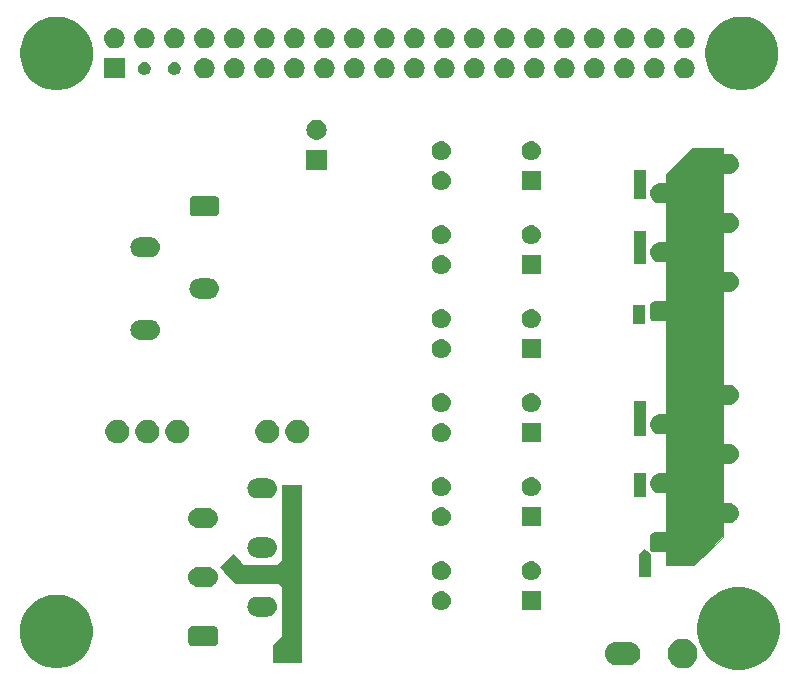
<source format=gbr>
G04 #@! TF.GenerationSoftware,KiCad,Pcbnew,(5.1.4)-1*
G04 #@! TF.CreationDate,2020-01-26T14:24:25+01:00*
G04 #@! TF.ProjectId,debounce_shield,6465626f-756e-4636-955f-736869656c64,rev?*
G04 #@! TF.SameCoordinates,Original*
G04 #@! TF.FileFunction,Soldermask,Bot*
G04 #@! TF.FilePolarity,Negative*
%FSLAX46Y46*%
G04 Gerber Fmt 4.6, Leading zero omitted, Abs format (unit mm)*
G04 Created by KiCad (PCBNEW (5.1.4)-1) date 2020-01-26 14:24:25*
%MOMM*%
%LPD*%
G04 APERTURE LIST*
%ADD10C,0.100000*%
G04 APERTURE END LIST*
D10*
G36*
X151200000Y-118500000D02*
G01*
X151200000Y-120300000D01*
X150300000Y-120300000D01*
X150300000Y-118500000D01*
X150750000Y-118050000D01*
X151200000Y-118500000D01*
G37*
X151200000Y-118500000D02*
X151200000Y-120300000D01*
X150300000Y-120300000D01*
X150300000Y-118500000D01*
X150750000Y-118050000D01*
X151200000Y-118500000D01*
G36*
X150800000Y-113600000D02*
G01*
X149900000Y-113600000D01*
X149900000Y-111600000D01*
X150800000Y-111600000D01*
X150800000Y-113600000D01*
G37*
X150800000Y-113600000D02*
X149900000Y-113600000D01*
X149900000Y-111600000D01*
X150800000Y-111600000D01*
X150800000Y-113600000D01*
G36*
X150800000Y-108400000D02*
G01*
X149900000Y-108400000D01*
X149900000Y-105500000D01*
X150800000Y-105500000D01*
X150800000Y-108400000D01*
G37*
X150800000Y-108400000D02*
X149900000Y-108400000D01*
X149900000Y-105500000D01*
X150800000Y-105500000D01*
X150800000Y-108400000D01*
G36*
X150700000Y-98900000D02*
G01*
X149800000Y-98900000D01*
X149800000Y-97400000D01*
X150700000Y-97400000D01*
X150700000Y-98900000D01*
G37*
X150700000Y-98900000D02*
X149800000Y-98900000D01*
X149800000Y-97400000D01*
X150700000Y-97400000D01*
X150700000Y-98900000D01*
G36*
X150850000Y-93800000D02*
G01*
X149900000Y-93800000D01*
X149900000Y-91100000D01*
X150850000Y-91100000D01*
X150850000Y-93800000D01*
G37*
X150850000Y-93800000D02*
X149900000Y-93800000D01*
X149900000Y-91100000D01*
X150850000Y-91100000D01*
X150850000Y-93800000D01*
G36*
X150800000Y-88300000D02*
G01*
X149900000Y-88300000D01*
X149900000Y-86000000D01*
X150800000Y-86000000D01*
X150800000Y-88300000D01*
G37*
X150800000Y-88300000D02*
X149900000Y-88300000D01*
X149900000Y-86000000D01*
X150800000Y-86000000D01*
X150800000Y-88300000D01*
G36*
X121700000Y-127609600D02*
G01*
X119300000Y-127609600D01*
X119300000Y-126209600D01*
X120100000Y-125409600D01*
X120100000Y-121309600D01*
X119700000Y-120909600D01*
X116100000Y-120909600D01*
X114800000Y-119609600D01*
X115900000Y-118509600D01*
X116800000Y-119409600D01*
X119700000Y-119409600D01*
X120100000Y-119009600D01*
X120100000Y-112609600D01*
X121700000Y-112609600D01*
X121700000Y-127609600D01*
G37*
X121700000Y-127609600D02*
X119300000Y-127609600D01*
X119300000Y-126209600D01*
X120100000Y-125409600D01*
X120100000Y-121309600D01*
X119700000Y-120909600D01*
X116100000Y-120909600D01*
X114800000Y-119609600D01*
X115900000Y-118509600D01*
X116800000Y-119409600D01*
X119700000Y-119409600D01*
X120100000Y-119009600D01*
X120100000Y-112609600D01*
X121700000Y-112609600D01*
X121700000Y-127609600D01*
G36*
X157400000Y-117000000D02*
G01*
X155000000Y-119400000D01*
X152600000Y-119400000D01*
X152623327Y-86300017D01*
X154800000Y-84100000D01*
X157400000Y-84100000D01*
X157400000Y-117000000D01*
G37*
X157400000Y-117000000D02*
X155000000Y-119400000D01*
X152600000Y-119400000D01*
X152623327Y-86300017D01*
X154800000Y-84100000D01*
X157400000Y-84100000D01*
X157400000Y-117000000D01*
G36*
X159407416Y-121370152D02*
G01*
X159745512Y-121437403D01*
X160195908Y-121623963D01*
X160344043Y-121685322D01*
X160382472Y-121701240D01*
X160955720Y-122084272D01*
X161443228Y-122571780D01*
X161826260Y-123145028D01*
X161826261Y-123145030D01*
X161871918Y-123255257D01*
X162090097Y-123781988D01*
X162224600Y-124458180D01*
X162224600Y-125147620D01*
X162090097Y-125823812D01*
X161968672Y-126116959D01*
X161889580Y-126307905D01*
X161826260Y-126460772D01*
X161443228Y-127034020D01*
X160955720Y-127521528D01*
X160382472Y-127904560D01*
X159745512Y-128168397D01*
X159407416Y-128235648D01*
X159069321Y-128302900D01*
X158379879Y-128302900D01*
X158041784Y-128235648D01*
X157703688Y-128168397D01*
X157066728Y-127904560D01*
X156493480Y-127521528D01*
X156005972Y-127034020D01*
X155622940Y-126460772D01*
X155559621Y-126307905D01*
X155480528Y-126116959D01*
X155359103Y-125823812D01*
X155224600Y-125147620D01*
X155224600Y-124458180D01*
X155359103Y-123781988D01*
X155577282Y-123255257D01*
X155622939Y-123145030D01*
X155622940Y-123145028D01*
X156005972Y-122571780D01*
X156493480Y-122084272D01*
X157066728Y-121701240D01*
X157105158Y-121685322D01*
X157253292Y-121623963D01*
X157703688Y-121437403D01*
X158041784Y-121370152D01*
X158379879Y-121302900D01*
X159069321Y-121302900D01*
X159407416Y-121370152D01*
X159407416Y-121370152D01*
G37*
G36*
X154364610Y-125698036D02*
G01*
X154592095Y-125792264D01*
X154592097Y-125792265D01*
X154796828Y-125929062D01*
X154970938Y-126103172D01*
X155088022Y-126278400D01*
X155107736Y-126307905D01*
X155201964Y-126535390D01*
X155250000Y-126776884D01*
X155250000Y-127023116D01*
X155201964Y-127264610D01*
X155121752Y-127458258D01*
X155107735Y-127492097D01*
X154970938Y-127696828D01*
X154796828Y-127870938D01*
X154592097Y-128007735D01*
X154592096Y-128007736D01*
X154592095Y-128007736D01*
X154364610Y-128101964D01*
X154123116Y-128150000D01*
X153876884Y-128150000D01*
X153635390Y-128101964D01*
X153407905Y-128007736D01*
X153407904Y-128007736D01*
X153407903Y-128007735D01*
X153203172Y-127870938D01*
X153029062Y-127696828D01*
X152892265Y-127492097D01*
X152878248Y-127458258D01*
X152798036Y-127264610D01*
X152750000Y-127023116D01*
X152750000Y-126776884D01*
X152798036Y-126535390D01*
X152892264Y-126307905D01*
X152911979Y-126278400D01*
X153029062Y-126103172D01*
X153203172Y-125929062D01*
X153407903Y-125792265D01*
X153407905Y-125792264D01*
X153635390Y-125698036D01*
X153876884Y-125650000D01*
X154123116Y-125650000D01*
X154364610Y-125698036D01*
X154364610Y-125698036D01*
G37*
G36*
X101521158Y-121981394D02*
G01*
X101869237Y-122050631D01*
X102433401Y-122284315D01*
X102941135Y-122623572D01*
X103372928Y-123055365D01*
X103712185Y-123563099D01*
X103945869Y-124127263D01*
X103945869Y-124127265D01*
X104049853Y-124650025D01*
X104065000Y-124726177D01*
X104065000Y-125336823D01*
X103945869Y-125935737D01*
X103712185Y-126499901D01*
X103372928Y-127007635D01*
X102941135Y-127439428D01*
X102433401Y-127778685D01*
X101869237Y-128012369D01*
X101569780Y-128071935D01*
X101270325Y-128131500D01*
X100659675Y-128131500D01*
X100360220Y-128071935D01*
X100060763Y-128012369D01*
X99496599Y-127778685D01*
X98988865Y-127439428D01*
X98557072Y-127007635D01*
X98217815Y-126499901D01*
X97984131Y-125935737D01*
X97865000Y-125336823D01*
X97865000Y-124726177D01*
X97880148Y-124650025D01*
X97984131Y-124127265D01*
X97984131Y-124127263D01*
X98217815Y-123563099D01*
X98557072Y-123055365D01*
X98988865Y-122623572D01*
X99496599Y-122284315D01*
X100060763Y-122050631D01*
X100408842Y-121981394D01*
X100659675Y-121931500D01*
X101270325Y-121931500D01*
X101521158Y-121981394D01*
X101521158Y-121981394D01*
G37*
G36*
X149616032Y-125914469D02*
G01*
X149686142Y-125935737D01*
X149804535Y-125971651D01*
X149804537Y-125971652D01*
X149978258Y-126064507D01*
X150130528Y-126189472D01*
X150255493Y-126341742D01*
X150348348Y-126515463D01*
X150405531Y-126703968D01*
X150424838Y-126900000D01*
X150405531Y-127096032D01*
X150348348Y-127284537D01*
X150255493Y-127458258D01*
X150130528Y-127610528D01*
X149978258Y-127735493D01*
X149804537Y-127828348D01*
X149804535Y-127828349D01*
X149710285Y-127856939D01*
X149616032Y-127885531D01*
X149469124Y-127900000D01*
X148370876Y-127900000D01*
X148223968Y-127885531D01*
X148129715Y-127856939D01*
X148035465Y-127828349D01*
X148035463Y-127828348D01*
X147861742Y-127735493D01*
X147709472Y-127610528D01*
X147584507Y-127458258D01*
X147491652Y-127284537D01*
X147434469Y-127096032D01*
X147415162Y-126900000D01*
X147434469Y-126703968D01*
X147491652Y-126515463D01*
X147584507Y-126341742D01*
X147709472Y-126189472D01*
X147861742Y-126064507D01*
X148035463Y-125971652D01*
X148035465Y-125971651D01*
X148153858Y-125935737D01*
X148223968Y-125914469D01*
X148370876Y-125900000D01*
X149469124Y-125900000D01*
X149616032Y-125914469D01*
X149616032Y-125914469D01*
G37*
G36*
X114358103Y-124585958D02*
G01*
X114425990Y-124606552D01*
X114488559Y-124639996D01*
X114543399Y-124685001D01*
X114588404Y-124739841D01*
X114621848Y-124802410D01*
X114642442Y-124870297D01*
X114650000Y-124947040D01*
X114650000Y-125909760D01*
X114642442Y-125986503D01*
X114621848Y-126054390D01*
X114588404Y-126116959D01*
X114543399Y-126171799D01*
X114488559Y-126216804D01*
X114425990Y-126250248D01*
X114358103Y-126270842D01*
X114281360Y-126278400D01*
X112518640Y-126278400D01*
X112441897Y-126270842D01*
X112374010Y-126250248D01*
X112311441Y-126216804D01*
X112256601Y-126171799D01*
X112211596Y-126116959D01*
X112178152Y-126054390D01*
X112157558Y-125986503D01*
X112150000Y-125909760D01*
X112150000Y-124947040D01*
X112157558Y-124870297D01*
X112178152Y-124802410D01*
X112211596Y-124739841D01*
X112256601Y-124685001D01*
X112311441Y-124639996D01*
X112374010Y-124606552D01*
X112441897Y-124585958D01*
X112518640Y-124578400D01*
X114281360Y-124578400D01*
X114358103Y-124585958D01*
X114358103Y-124585958D01*
G37*
G36*
X118966627Y-122090699D02*
G01*
X119046742Y-122115001D01*
X119126855Y-122139303D01*
X119126857Y-122139304D01*
X119274518Y-122218231D01*
X119403949Y-122324451D01*
X119488928Y-122428000D01*
X119510168Y-122453881D01*
X119589097Y-122601545D01*
X119595779Y-122623573D01*
X119637701Y-122761773D01*
X119654112Y-122928400D01*
X119637701Y-123095027D01*
X119637286Y-123096394D01*
X119597365Y-123228000D01*
X119589096Y-123255257D01*
X119510169Y-123402918D01*
X119403949Y-123532349D01*
X119274518Y-123638569D01*
X119126857Y-123717496D01*
X119126855Y-123717497D01*
X119046742Y-123741798D01*
X118966627Y-123766101D01*
X118841752Y-123778400D01*
X117958248Y-123778400D01*
X117833373Y-123766101D01*
X117753258Y-123741798D01*
X117673145Y-123717497D01*
X117673143Y-123717496D01*
X117525482Y-123638569D01*
X117396051Y-123532349D01*
X117289831Y-123402918D01*
X117210904Y-123255257D01*
X117202636Y-123228000D01*
X117162714Y-123096394D01*
X117162299Y-123095027D01*
X117145888Y-122928400D01*
X117162299Y-122761773D01*
X117204221Y-122623573D01*
X117210903Y-122601545D01*
X117289832Y-122453881D01*
X117311072Y-122428000D01*
X117396051Y-122324451D01*
X117525482Y-122218231D01*
X117673143Y-122139304D01*
X117673145Y-122139303D01*
X117753258Y-122115001D01*
X117833373Y-122090699D01*
X117958248Y-122078400D01*
X118841752Y-122078400D01*
X118966627Y-122090699D01*
X118966627Y-122090699D01*
G37*
G36*
X141978000Y-123228000D02*
G01*
X140378000Y-123228000D01*
X140378000Y-121628000D01*
X141978000Y-121628000D01*
X141978000Y-123228000D01*
X141978000Y-123228000D01*
G37*
G36*
X133636471Y-121631859D02*
G01*
X133714827Y-121639576D01*
X133865628Y-121685321D01*
X133865630Y-121685322D01*
X134004605Y-121759606D01*
X134126422Y-121859578D01*
X134226394Y-121981395D01*
X134278244Y-122078400D01*
X134300679Y-122120372D01*
X134346424Y-122271173D01*
X134361870Y-122428000D01*
X134346424Y-122584827D01*
X134300679Y-122735628D01*
X134300678Y-122735630D01*
X134226394Y-122874605D01*
X134126422Y-122996422D01*
X134004605Y-123096394D01*
X133865630Y-123170678D01*
X133865628Y-123170679D01*
X133714827Y-123216424D01*
X133636471Y-123224141D01*
X133597294Y-123228000D01*
X133518706Y-123228000D01*
X133479529Y-123224141D01*
X133401173Y-123216424D01*
X133250372Y-123170679D01*
X133250370Y-123170678D01*
X133111395Y-123096394D01*
X132989578Y-122996422D01*
X132889606Y-122874605D01*
X132815322Y-122735630D01*
X132815321Y-122735628D01*
X132769576Y-122584827D01*
X132754130Y-122428000D01*
X132769576Y-122271173D01*
X132815321Y-122120372D01*
X132837756Y-122078400D01*
X132889606Y-121981395D01*
X132989578Y-121859578D01*
X133111395Y-121759606D01*
X133250370Y-121685322D01*
X133250372Y-121685321D01*
X133401173Y-121639576D01*
X133479529Y-121631859D01*
X133518706Y-121628000D01*
X133597294Y-121628000D01*
X133636471Y-121631859D01*
X133636471Y-121631859D01*
G37*
G36*
X113966627Y-119590699D02*
G01*
X114046742Y-119615001D01*
X114126855Y-119639303D01*
X114126857Y-119639304D01*
X114274518Y-119718231D01*
X114403949Y-119824451D01*
X114510169Y-119953882D01*
X114589096Y-120101543D01*
X114637701Y-120261773D01*
X114654112Y-120428400D01*
X114637701Y-120595027D01*
X114589096Y-120755257D01*
X114510169Y-120902918D01*
X114403949Y-121032349D01*
X114274518Y-121138569D01*
X114126857Y-121217496D01*
X114126855Y-121217497D01*
X114046742Y-121241799D01*
X113966627Y-121266101D01*
X113841752Y-121278400D01*
X112958248Y-121278400D01*
X112833373Y-121266101D01*
X112753258Y-121241799D01*
X112673145Y-121217497D01*
X112673143Y-121217496D01*
X112525482Y-121138569D01*
X112396051Y-121032349D01*
X112289831Y-120902918D01*
X112210904Y-120755257D01*
X112162299Y-120595027D01*
X112145888Y-120428400D01*
X112162299Y-120261773D01*
X112210904Y-120101543D01*
X112289831Y-119953882D01*
X112396051Y-119824451D01*
X112525482Y-119718231D01*
X112673143Y-119639304D01*
X112673145Y-119639303D01*
X112753258Y-119615001D01*
X112833373Y-119590699D01*
X112958248Y-119578400D01*
X113841752Y-119578400D01*
X113966627Y-119590699D01*
X113966627Y-119590699D01*
G37*
G36*
X133636471Y-119091859D02*
G01*
X133714827Y-119099576D01*
X133865628Y-119145321D01*
X133865630Y-119145322D01*
X134004605Y-119219606D01*
X134004607Y-119219607D01*
X134004606Y-119219607D01*
X134126422Y-119319578D01*
X134226393Y-119441394D01*
X134300679Y-119580372D01*
X134346424Y-119731173D01*
X134361870Y-119888000D01*
X134346424Y-120044827D01*
X134300679Y-120195628D01*
X134300678Y-120195630D01*
X134226394Y-120334605D01*
X134126422Y-120456422D01*
X134004605Y-120556394D01*
X133932328Y-120595027D01*
X133865628Y-120630679D01*
X133714827Y-120676424D01*
X133636471Y-120684141D01*
X133597294Y-120688000D01*
X133518706Y-120688000D01*
X133479529Y-120684141D01*
X133401173Y-120676424D01*
X133250372Y-120630679D01*
X133183672Y-120595027D01*
X133111395Y-120556394D01*
X132989578Y-120456422D01*
X132889606Y-120334605D01*
X132815322Y-120195630D01*
X132815321Y-120195628D01*
X132769576Y-120044827D01*
X132754130Y-119888000D01*
X132769576Y-119731173D01*
X132815321Y-119580372D01*
X132889607Y-119441394D01*
X132989578Y-119319578D01*
X133111394Y-119219607D01*
X133111393Y-119219607D01*
X133111395Y-119219606D01*
X133250370Y-119145322D01*
X133250372Y-119145321D01*
X133401173Y-119099576D01*
X133479529Y-119091859D01*
X133518706Y-119088000D01*
X133597294Y-119088000D01*
X133636471Y-119091859D01*
X133636471Y-119091859D01*
G37*
G36*
X141256471Y-119091859D02*
G01*
X141334827Y-119099576D01*
X141485628Y-119145321D01*
X141485630Y-119145322D01*
X141624605Y-119219606D01*
X141624607Y-119219607D01*
X141624606Y-119219607D01*
X141746422Y-119319578D01*
X141846393Y-119441394D01*
X141920679Y-119580372D01*
X141966424Y-119731173D01*
X141981870Y-119888000D01*
X141966424Y-120044827D01*
X141920679Y-120195628D01*
X141920678Y-120195630D01*
X141846394Y-120334605D01*
X141746422Y-120456422D01*
X141624605Y-120556394D01*
X141552328Y-120595027D01*
X141485628Y-120630679D01*
X141334827Y-120676424D01*
X141256471Y-120684141D01*
X141217294Y-120688000D01*
X141138706Y-120688000D01*
X141099529Y-120684141D01*
X141021173Y-120676424D01*
X140870372Y-120630679D01*
X140803672Y-120595027D01*
X140731395Y-120556394D01*
X140609578Y-120456422D01*
X140509606Y-120334605D01*
X140435322Y-120195630D01*
X140435321Y-120195628D01*
X140389576Y-120044827D01*
X140374130Y-119888000D01*
X140389576Y-119731173D01*
X140435321Y-119580372D01*
X140509607Y-119441394D01*
X140609578Y-119319578D01*
X140731394Y-119219607D01*
X140731393Y-119219607D01*
X140731395Y-119219606D01*
X140870370Y-119145322D01*
X140870372Y-119145321D01*
X141021173Y-119099576D01*
X141099529Y-119091859D01*
X141138706Y-119088000D01*
X141217294Y-119088000D01*
X141256471Y-119091859D01*
X141256471Y-119091859D01*
G37*
G36*
X118966627Y-117090699D02*
G01*
X119046742Y-117115001D01*
X119126855Y-117139303D01*
X119126857Y-117139304D01*
X119274518Y-117218231D01*
X119403949Y-117324451D01*
X119510169Y-117453882D01*
X119589096Y-117601543D01*
X119637701Y-117761773D01*
X119654112Y-117928400D01*
X119637701Y-118095027D01*
X119589096Y-118255257D01*
X119510169Y-118402918D01*
X119403949Y-118532349D01*
X119274518Y-118638569D01*
X119126857Y-118717496D01*
X119126855Y-118717497D01*
X119046742Y-118741798D01*
X118966627Y-118766101D01*
X118841752Y-118778400D01*
X117958248Y-118778400D01*
X117833373Y-118766101D01*
X117753258Y-118741798D01*
X117673145Y-118717497D01*
X117673143Y-118717496D01*
X117525482Y-118638569D01*
X117396051Y-118532349D01*
X117289831Y-118402918D01*
X117210904Y-118255257D01*
X117162299Y-118095027D01*
X117145888Y-117928400D01*
X117162299Y-117761773D01*
X117210904Y-117601543D01*
X117289831Y-117453882D01*
X117396051Y-117324451D01*
X117525482Y-117218231D01*
X117673143Y-117139304D01*
X117673145Y-117139303D01*
X117753258Y-117115001D01*
X117833373Y-117090699D01*
X117958248Y-117078400D01*
X118841752Y-117078400D01*
X118966627Y-117090699D01*
X118966627Y-117090699D01*
G37*
G36*
X153458103Y-116657558D02*
G01*
X153525990Y-116678152D01*
X153588559Y-116711596D01*
X153643399Y-116756601D01*
X153688404Y-116811441D01*
X153721848Y-116874010D01*
X153742442Y-116941897D01*
X153750000Y-117018640D01*
X153750000Y-117981360D01*
X153742442Y-118058103D01*
X153721848Y-118125990D01*
X153688404Y-118188559D01*
X153643399Y-118243399D01*
X153588559Y-118288404D01*
X153525990Y-118321848D01*
X153458103Y-118342442D01*
X153381360Y-118350000D01*
X151618640Y-118350000D01*
X151541897Y-118342442D01*
X151474010Y-118321848D01*
X151411441Y-118288404D01*
X151356601Y-118243399D01*
X151311596Y-118188559D01*
X151278152Y-118125990D01*
X151257558Y-118058103D01*
X151250000Y-117981360D01*
X151250000Y-117018640D01*
X151257558Y-116941897D01*
X151278152Y-116874010D01*
X151311596Y-116811441D01*
X151356601Y-116756601D01*
X151411441Y-116711596D01*
X151474010Y-116678152D01*
X151541897Y-116657558D01*
X151618640Y-116650000D01*
X153381360Y-116650000D01*
X153458103Y-116657558D01*
X153458103Y-116657558D01*
G37*
G36*
X113966627Y-114590699D02*
G01*
X114046742Y-114615001D01*
X114126855Y-114639303D01*
X114126857Y-114639304D01*
X114274518Y-114718231D01*
X114403949Y-114824451D01*
X114510169Y-114953882D01*
X114589096Y-115101543D01*
X114589097Y-115101545D01*
X114608839Y-115166627D01*
X114637701Y-115261773D01*
X114654112Y-115428400D01*
X114637701Y-115595027D01*
X114589096Y-115755257D01*
X114510169Y-115902918D01*
X114403949Y-116032349D01*
X114274518Y-116138569D01*
X114126857Y-116217496D01*
X114126855Y-116217497D01*
X114046742Y-116241799D01*
X113966627Y-116266101D01*
X113841752Y-116278400D01*
X112958248Y-116278400D01*
X112833373Y-116266101D01*
X112753258Y-116241799D01*
X112673145Y-116217497D01*
X112673143Y-116217496D01*
X112525482Y-116138569D01*
X112396051Y-116032349D01*
X112289831Y-115902918D01*
X112210904Y-115755257D01*
X112162299Y-115595027D01*
X112145888Y-115428400D01*
X112162299Y-115261773D01*
X112191161Y-115166627D01*
X112210903Y-115101545D01*
X112210904Y-115101543D01*
X112289831Y-114953882D01*
X112396051Y-114824451D01*
X112525482Y-114718231D01*
X112673143Y-114639304D01*
X112673145Y-114639303D01*
X112753258Y-114615001D01*
X112833373Y-114590699D01*
X112958248Y-114578400D01*
X113841752Y-114578400D01*
X113966627Y-114590699D01*
X113966627Y-114590699D01*
G37*
G36*
X133636471Y-114519859D02*
G01*
X133714827Y-114527576D01*
X133865628Y-114573321D01*
X133865630Y-114573322D01*
X134004605Y-114647606D01*
X134090662Y-114718231D01*
X134126422Y-114747578D01*
X134226393Y-114869394D01*
X134300679Y-115008372D01*
X134346424Y-115159173D01*
X134361870Y-115316000D01*
X134346424Y-115472827D01*
X134300679Y-115623628D01*
X134300678Y-115623630D01*
X134226394Y-115762605D01*
X134126422Y-115884422D01*
X134004605Y-115984394D01*
X133865630Y-116058678D01*
X133865628Y-116058679D01*
X133714827Y-116104424D01*
X133636471Y-116112141D01*
X133597294Y-116116000D01*
X133518706Y-116116000D01*
X133479529Y-116112141D01*
X133401173Y-116104424D01*
X133250372Y-116058679D01*
X133250370Y-116058678D01*
X133111395Y-115984394D01*
X132989578Y-115884422D01*
X132889606Y-115762605D01*
X132815322Y-115623630D01*
X132815321Y-115623628D01*
X132769576Y-115472827D01*
X132754130Y-115316000D01*
X132769576Y-115159173D01*
X132815321Y-115008372D01*
X132889607Y-114869394D01*
X132989578Y-114747578D01*
X133025338Y-114718231D01*
X133111395Y-114647606D01*
X133250370Y-114573322D01*
X133250372Y-114573321D01*
X133401173Y-114527576D01*
X133479529Y-114519859D01*
X133518706Y-114516000D01*
X133597294Y-114516000D01*
X133636471Y-114519859D01*
X133636471Y-114519859D01*
G37*
G36*
X141978000Y-116116000D02*
G01*
X140378000Y-116116000D01*
X140378000Y-114516000D01*
X141978000Y-114516000D01*
X141978000Y-116116000D01*
X141978000Y-116116000D01*
G37*
G36*
X158066627Y-114162299D02*
G01*
X158146742Y-114186602D01*
X158226855Y-114210903D01*
X158226857Y-114210904D01*
X158374518Y-114289831D01*
X158503949Y-114396051D01*
X158610169Y-114525482D01*
X158689096Y-114673143D01*
X158689097Y-114673145D01*
X158713399Y-114753258D01*
X158737701Y-114833373D01*
X158754112Y-115000000D01*
X158737701Y-115166627D01*
X158737700Y-115166629D01*
X158692390Y-115316000D01*
X158689096Y-115326857D01*
X158610169Y-115474518D01*
X158503949Y-115603949D01*
X158374518Y-115710169D01*
X158276416Y-115762606D01*
X158226855Y-115789097D01*
X158146742Y-115813399D01*
X158066627Y-115837701D01*
X157941752Y-115850000D01*
X157058248Y-115850000D01*
X156933373Y-115837701D01*
X156853258Y-115813399D01*
X156773145Y-115789097D01*
X156723584Y-115762606D01*
X156625482Y-115710169D01*
X156496051Y-115603949D01*
X156389831Y-115474518D01*
X156310904Y-115326857D01*
X156307611Y-115316000D01*
X156262300Y-115166629D01*
X156262299Y-115166627D01*
X156245888Y-115000000D01*
X156262299Y-114833373D01*
X156286601Y-114753258D01*
X156310903Y-114673145D01*
X156310904Y-114673143D01*
X156389831Y-114525482D01*
X156496051Y-114396051D01*
X156625482Y-114289831D01*
X156773143Y-114210904D01*
X156773145Y-114210903D01*
X156853258Y-114186602D01*
X156933373Y-114162299D01*
X157058248Y-114150000D01*
X157941752Y-114150000D01*
X158066627Y-114162299D01*
X158066627Y-114162299D01*
G37*
G36*
X118966627Y-112090699D02*
G01*
X119022362Y-112107606D01*
X119126855Y-112139303D01*
X119126857Y-112139304D01*
X119274518Y-112218231D01*
X119403949Y-112324451D01*
X119510169Y-112453882D01*
X119589096Y-112601543D01*
X119637701Y-112761773D01*
X119654112Y-112928400D01*
X119637701Y-113095027D01*
X119589096Y-113255257D01*
X119510169Y-113402918D01*
X119403949Y-113532349D01*
X119274518Y-113638569D01*
X119126857Y-113717496D01*
X119126855Y-113717497D01*
X119046742Y-113741798D01*
X118966627Y-113766101D01*
X118841752Y-113778400D01*
X117958248Y-113778400D01*
X117833373Y-113766101D01*
X117753258Y-113741798D01*
X117673145Y-113717497D01*
X117673143Y-113717496D01*
X117525482Y-113638569D01*
X117396051Y-113532349D01*
X117289831Y-113402918D01*
X117210904Y-113255257D01*
X117162299Y-113095027D01*
X117145888Y-112928400D01*
X117162299Y-112761773D01*
X117210904Y-112601543D01*
X117289831Y-112453882D01*
X117396051Y-112324451D01*
X117525482Y-112218231D01*
X117673143Y-112139304D01*
X117673145Y-112139303D01*
X117777638Y-112107606D01*
X117833373Y-112090699D01*
X117958248Y-112078400D01*
X118841752Y-112078400D01*
X118966627Y-112090699D01*
X118966627Y-112090699D01*
G37*
G36*
X141256471Y-111979859D02*
G01*
X141334827Y-111987576D01*
X141485628Y-112033321D01*
X141485630Y-112033322D01*
X141624605Y-112107606D01*
X141746422Y-112207578D01*
X141842337Y-112324451D01*
X141846393Y-112329394D01*
X141920679Y-112468372D01*
X141966424Y-112619173D01*
X141981870Y-112776000D01*
X141966424Y-112932827D01*
X141920679Y-113083628D01*
X141920678Y-113083630D01*
X141846394Y-113222605D01*
X141746422Y-113344422D01*
X141624605Y-113444394D01*
X141485630Y-113518678D01*
X141485628Y-113518679D01*
X141334827Y-113564424D01*
X141256471Y-113572141D01*
X141217294Y-113576000D01*
X141138706Y-113576000D01*
X141099529Y-113572141D01*
X141021173Y-113564424D01*
X140870372Y-113518679D01*
X140870370Y-113518678D01*
X140731395Y-113444394D01*
X140609578Y-113344422D01*
X140509606Y-113222605D01*
X140435322Y-113083630D01*
X140435321Y-113083628D01*
X140389576Y-112932827D01*
X140374130Y-112776000D01*
X140389576Y-112619173D01*
X140435321Y-112468372D01*
X140509607Y-112329394D01*
X140513664Y-112324451D01*
X140609578Y-112207578D01*
X140731395Y-112107606D01*
X140870370Y-112033322D01*
X140870372Y-112033321D01*
X141021173Y-111987576D01*
X141099529Y-111979859D01*
X141138706Y-111976000D01*
X141217294Y-111976000D01*
X141256471Y-111979859D01*
X141256471Y-111979859D01*
G37*
G36*
X133636471Y-111979859D02*
G01*
X133714827Y-111987576D01*
X133865628Y-112033321D01*
X133865630Y-112033322D01*
X134004605Y-112107606D01*
X134126422Y-112207578D01*
X134222337Y-112324451D01*
X134226393Y-112329394D01*
X134300679Y-112468372D01*
X134346424Y-112619173D01*
X134361870Y-112776000D01*
X134346424Y-112932827D01*
X134300679Y-113083628D01*
X134300678Y-113083630D01*
X134226394Y-113222605D01*
X134126422Y-113344422D01*
X134004605Y-113444394D01*
X133865630Y-113518678D01*
X133865628Y-113518679D01*
X133714827Y-113564424D01*
X133636471Y-113572141D01*
X133597294Y-113576000D01*
X133518706Y-113576000D01*
X133479529Y-113572141D01*
X133401173Y-113564424D01*
X133250372Y-113518679D01*
X133250370Y-113518678D01*
X133111395Y-113444394D01*
X132989578Y-113344422D01*
X132889606Y-113222605D01*
X132815322Y-113083630D01*
X132815321Y-113083628D01*
X132769576Y-112932827D01*
X132754130Y-112776000D01*
X132769576Y-112619173D01*
X132815321Y-112468372D01*
X132889607Y-112329394D01*
X132893664Y-112324451D01*
X132989578Y-112207578D01*
X133111395Y-112107606D01*
X133250370Y-112033322D01*
X133250372Y-112033321D01*
X133401173Y-111987576D01*
X133479529Y-111979859D01*
X133518706Y-111976000D01*
X133597294Y-111976000D01*
X133636471Y-111979859D01*
X133636471Y-111979859D01*
G37*
G36*
X153066627Y-111662299D02*
G01*
X153146742Y-111686601D01*
X153226855Y-111710903D01*
X153226857Y-111710904D01*
X153374518Y-111789831D01*
X153503949Y-111896051D01*
X153610169Y-112025482D01*
X153689096Y-112173143D01*
X153737701Y-112333373D01*
X153754112Y-112500000D01*
X153737701Y-112666627D01*
X153689096Y-112826857D01*
X153610169Y-112974518D01*
X153503949Y-113103949D01*
X153374518Y-113210169D01*
X153226857Y-113289096D01*
X153226855Y-113289097D01*
X153146742Y-113313399D01*
X153066627Y-113337701D01*
X152941752Y-113350000D01*
X152058248Y-113350000D01*
X151933373Y-113337701D01*
X151853258Y-113313399D01*
X151773145Y-113289097D01*
X151773143Y-113289096D01*
X151625482Y-113210169D01*
X151496051Y-113103949D01*
X151389831Y-112974518D01*
X151310904Y-112826857D01*
X151262299Y-112666627D01*
X151245888Y-112500000D01*
X151262299Y-112333373D01*
X151310904Y-112173143D01*
X151389831Y-112025482D01*
X151496051Y-111896051D01*
X151625482Y-111789831D01*
X151773143Y-111710904D01*
X151773145Y-111710903D01*
X151853258Y-111686601D01*
X151933373Y-111662299D01*
X152058248Y-111650000D01*
X152941752Y-111650000D01*
X153066627Y-111662299D01*
X153066627Y-111662299D01*
G37*
G36*
X158066627Y-109162299D02*
G01*
X158146742Y-109186601D01*
X158226855Y-109210903D01*
X158226857Y-109210904D01*
X158374518Y-109289831D01*
X158503949Y-109396051D01*
X158610169Y-109525482D01*
X158689096Y-109673143D01*
X158737701Y-109833373D01*
X158754112Y-110000000D01*
X158737701Y-110166627D01*
X158689096Y-110326857D01*
X158610169Y-110474518D01*
X158503949Y-110603949D01*
X158374518Y-110710169D01*
X158226857Y-110789096D01*
X158226855Y-110789097D01*
X158146742Y-110813399D01*
X158066627Y-110837701D01*
X157941752Y-110850000D01*
X157058248Y-110850000D01*
X156933373Y-110837701D01*
X156853258Y-110813399D01*
X156773145Y-110789097D01*
X156773143Y-110789096D01*
X156625482Y-110710169D01*
X156496051Y-110603949D01*
X156389831Y-110474518D01*
X156310904Y-110326857D01*
X156262299Y-110166627D01*
X156245888Y-110000000D01*
X156262299Y-109833373D01*
X156310904Y-109673143D01*
X156389831Y-109525482D01*
X156496051Y-109396051D01*
X156625482Y-109289831D01*
X156773143Y-109210904D01*
X156773145Y-109210903D01*
X156853258Y-109186601D01*
X156933373Y-109162299D01*
X157058248Y-109150000D01*
X157941752Y-109150000D01*
X158066627Y-109162299D01*
X158066627Y-109162299D01*
G37*
G36*
X106348490Y-107128019D02*
G01*
X106412889Y-107140829D01*
X106594878Y-107216211D01*
X106758663Y-107325649D01*
X106897951Y-107464937D01*
X107007389Y-107628722D01*
X107082771Y-107810711D01*
X107121200Y-108003909D01*
X107121200Y-108200891D01*
X107082771Y-108394089D01*
X107007389Y-108576078D01*
X106897951Y-108739863D01*
X106758663Y-108879151D01*
X106594878Y-108988589D01*
X106412889Y-109063971D01*
X106348490Y-109076781D01*
X106219693Y-109102400D01*
X106022707Y-109102400D01*
X105893910Y-109076781D01*
X105829511Y-109063971D01*
X105647522Y-108988589D01*
X105483737Y-108879151D01*
X105344449Y-108739863D01*
X105235011Y-108576078D01*
X105159629Y-108394089D01*
X105121200Y-108200891D01*
X105121200Y-108003909D01*
X105159629Y-107810711D01*
X105235011Y-107628722D01*
X105344449Y-107464937D01*
X105483737Y-107325649D01*
X105647522Y-107216211D01*
X105829511Y-107140829D01*
X105893910Y-107128019D01*
X106022707Y-107102400D01*
X106219693Y-107102400D01*
X106348490Y-107128019D01*
X106348490Y-107128019D01*
G37*
G36*
X121588490Y-107128019D02*
G01*
X121652889Y-107140829D01*
X121834878Y-107216211D01*
X121998663Y-107325649D01*
X122137951Y-107464937D01*
X122247389Y-107628722D01*
X122322771Y-107810711D01*
X122361200Y-108003909D01*
X122361200Y-108200891D01*
X122322771Y-108394089D01*
X122247389Y-108576078D01*
X122137951Y-108739863D01*
X121998663Y-108879151D01*
X121834878Y-108988589D01*
X121652889Y-109063971D01*
X121588490Y-109076781D01*
X121459693Y-109102400D01*
X121262707Y-109102400D01*
X121133910Y-109076781D01*
X121069511Y-109063971D01*
X120887522Y-108988589D01*
X120723737Y-108879151D01*
X120584449Y-108739863D01*
X120475011Y-108576078D01*
X120399629Y-108394089D01*
X120361200Y-108200891D01*
X120361200Y-108003909D01*
X120399629Y-107810711D01*
X120475011Y-107628722D01*
X120584449Y-107464937D01*
X120723737Y-107325649D01*
X120887522Y-107216211D01*
X121069511Y-107140829D01*
X121133910Y-107128019D01*
X121262707Y-107102400D01*
X121459693Y-107102400D01*
X121588490Y-107128019D01*
X121588490Y-107128019D01*
G37*
G36*
X119048490Y-107128019D02*
G01*
X119112889Y-107140829D01*
X119294878Y-107216211D01*
X119458663Y-107325649D01*
X119597951Y-107464937D01*
X119707389Y-107628722D01*
X119782771Y-107810711D01*
X119821200Y-108003909D01*
X119821200Y-108200891D01*
X119782771Y-108394089D01*
X119707389Y-108576078D01*
X119597951Y-108739863D01*
X119458663Y-108879151D01*
X119294878Y-108988589D01*
X119112889Y-109063971D01*
X119048490Y-109076781D01*
X118919693Y-109102400D01*
X118722707Y-109102400D01*
X118593910Y-109076781D01*
X118529511Y-109063971D01*
X118347522Y-108988589D01*
X118183737Y-108879151D01*
X118044449Y-108739863D01*
X117935011Y-108576078D01*
X117859629Y-108394089D01*
X117821200Y-108200891D01*
X117821200Y-108003909D01*
X117859629Y-107810711D01*
X117935011Y-107628722D01*
X118044449Y-107464937D01*
X118183737Y-107325649D01*
X118347522Y-107216211D01*
X118529511Y-107140829D01*
X118593910Y-107128019D01*
X118722707Y-107102400D01*
X118919693Y-107102400D01*
X119048490Y-107128019D01*
X119048490Y-107128019D01*
G37*
G36*
X108888490Y-107128019D02*
G01*
X108952889Y-107140829D01*
X109134878Y-107216211D01*
X109298663Y-107325649D01*
X109437951Y-107464937D01*
X109547389Y-107628722D01*
X109622771Y-107810711D01*
X109661200Y-108003909D01*
X109661200Y-108200891D01*
X109622771Y-108394089D01*
X109547389Y-108576078D01*
X109437951Y-108739863D01*
X109298663Y-108879151D01*
X109134878Y-108988589D01*
X108952889Y-109063971D01*
X108888490Y-109076781D01*
X108759693Y-109102400D01*
X108562707Y-109102400D01*
X108433910Y-109076781D01*
X108369511Y-109063971D01*
X108187522Y-108988589D01*
X108023737Y-108879151D01*
X107884449Y-108739863D01*
X107775011Y-108576078D01*
X107699629Y-108394089D01*
X107661200Y-108200891D01*
X107661200Y-108003909D01*
X107699629Y-107810711D01*
X107775011Y-107628722D01*
X107884449Y-107464937D01*
X108023737Y-107325649D01*
X108187522Y-107216211D01*
X108369511Y-107140829D01*
X108433910Y-107128019D01*
X108562707Y-107102400D01*
X108759693Y-107102400D01*
X108888490Y-107128019D01*
X108888490Y-107128019D01*
G37*
G36*
X111428490Y-107128019D02*
G01*
X111492889Y-107140829D01*
X111674878Y-107216211D01*
X111838663Y-107325649D01*
X111977951Y-107464937D01*
X112087389Y-107628722D01*
X112162771Y-107810711D01*
X112201200Y-108003909D01*
X112201200Y-108200891D01*
X112162771Y-108394089D01*
X112087389Y-108576078D01*
X111977951Y-108739863D01*
X111838663Y-108879151D01*
X111674878Y-108988589D01*
X111492889Y-109063971D01*
X111428490Y-109076781D01*
X111299693Y-109102400D01*
X111102707Y-109102400D01*
X110973910Y-109076781D01*
X110909511Y-109063971D01*
X110727522Y-108988589D01*
X110563737Y-108879151D01*
X110424449Y-108739863D01*
X110315011Y-108576078D01*
X110239629Y-108394089D01*
X110201200Y-108200891D01*
X110201200Y-108003909D01*
X110239629Y-107810711D01*
X110315011Y-107628722D01*
X110424449Y-107464937D01*
X110563737Y-107325649D01*
X110727522Y-107216211D01*
X110909511Y-107140829D01*
X110973910Y-107128019D01*
X111102707Y-107102400D01*
X111299693Y-107102400D01*
X111428490Y-107128019D01*
X111428490Y-107128019D01*
G37*
G36*
X141978000Y-109004000D02*
G01*
X140378000Y-109004000D01*
X140378000Y-107404000D01*
X141978000Y-107404000D01*
X141978000Y-109004000D01*
X141978000Y-109004000D01*
G37*
G36*
X133636471Y-107407859D02*
G01*
X133714827Y-107415576D01*
X133865628Y-107461321D01*
X133865630Y-107461322D01*
X134004605Y-107535606D01*
X134126422Y-107635578D01*
X134226394Y-107757395D01*
X134263521Y-107826855D01*
X134300679Y-107896372D01*
X134346424Y-108047173D01*
X134361870Y-108204000D01*
X134346424Y-108360827D01*
X134336334Y-108394088D01*
X134300678Y-108511630D01*
X134226394Y-108650605D01*
X134126422Y-108772422D01*
X134004605Y-108872394D01*
X133865630Y-108946678D01*
X133865628Y-108946679D01*
X133714827Y-108992424D01*
X133636471Y-109000141D01*
X133597294Y-109004000D01*
X133518706Y-109004000D01*
X133479529Y-109000141D01*
X133401173Y-108992424D01*
X133250372Y-108946679D01*
X133250370Y-108946678D01*
X133111395Y-108872394D01*
X132989578Y-108772422D01*
X132889606Y-108650605D01*
X132815322Y-108511630D01*
X132779666Y-108394088D01*
X132769576Y-108360827D01*
X132754130Y-108204000D01*
X132769576Y-108047173D01*
X132815321Y-107896372D01*
X132852479Y-107826855D01*
X132889606Y-107757395D01*
X132989578Y-107635578D01*
X133111395Y-107535606D01*
X133250370Y-107461322D01*
X133250372Y-107461321D01*
X133401173Y-107415576D01*
X133479529Y-107407859D01*
X133518706Y-107404000D01*
X133597294Y-107404000D01*
X133636471Y-107407859D01*
X133636471Y-107407859D01*
G37*
G36*
X153066627Y-106662299D02*
G01*
X153146742Y-106686601D01*
X153226855Y-106710903D01*
X153226857Y-106710904D01*
X153374518Y-106789831D01*
X153503949Y-106896051D01*
X153610168Y-107025481D01*
X153689097Y-107173145D01*
X153713399Y-107253258D01*
X153737701Y-107333373D01*
X153754112Y-107500000D01*
X153737701Y-107666627D01*
X153689096Y-107826857D01*
X153610169Y-107974518D01*
X153503949Y-108103949D01*
X153374518Y-108210169D01*
X153226857Y-108289096D01*
X153226855Y-108289097D01*
X153146742Y-108313399D01*
X153066627Y-108337701D01*
X152941752Y-108350000D01*
X152058248Y-108350000D01*
X151933373Y-108337701D01*
X151853258Y-108313399D01*
X151773145Y-108289097D01*
X151773143Y-108289096D01*
X151625482Y-108210169D01*
X151496051Y-108103949D01*
X151389831Y-107974518D01*
X151310904Y-107826857D01*
X151262299Y-107666627D01*
X151245888Y-107500000D01*
X151262299Y-107333373D01*
X151286601Y-107253258D01*
X151310903Y-107173145D01*
X151389832Y-107025481D01*
X151496051Y-106896051D01*
X151625482Y-106789831D01*
X151773143Y-106710904D01*
X151773145Y-106710903D01*
X151853258Y-106686601D01*
X151933373Y-106662299D01*
X152058248Y-106650000D01*
X152941752Y-106650000D01*
X153066627Y-106662299D01*
X153066627Y-106662299D01*
G37*
G36*
X141256471Y-104867859D02*
G01*
X141334827Y-104875576D01*
X141485628Y-104921321D01*
X141485630Y-104921322D01*
X141624605Y-104995606D01*
X141624607Y-104995607D01*
X141624606Y-104995607D01*
X141746422Y-105095578D01*
X141846393Y-105217394D01*
X141920679Y-105356372D01*
X141966424Y-105507173D01*
X141981870Y-105664000D01*
X141966424Y-105820827D01*
X141961305Y-105837701D01*
X141920678Y-105971630D01*
X141846394Y-106110605D01*
X141746422Y-106232422D01*
X141624605Y-106332394D01*
X141485630Y-106406678D01*
X141485628Y-106406679D01*
X141334827Y-106452424D01*
X141256471Y-106460141D01*
X141217294Y-106464000D01*
X141138706Y-106464000D01*
X141099529Y-106460141D01*
X141021173Y-106452424D01*
X140870372Y-106406679D01*
X140870370Y-106406678D01*
X140731395Y-106332394D01*
X140609578Y-106232422D01*
X140509606Y-106110605D01*
X140435322Y-105971630D01*
X140394695Y-105837701D01*
X140389576Y-105820827D01*
X140374130Y-105664000D01*
X140389576Y-105507173D01*
X140435321Y-105356372D01*
X140509607Y-105217394D01*
X140609578Y-105095578D01*
X140731394Y-104995607D01*
X140731393Y-104995607D01*
X140731395Y-104995606D01*
X140870370Y-104921322D01*
X140870372Y-104921321D01*
X141021173Y-104875576D01*
X141099529Y-104867859D01*
X141138706Y-104864000D01*
X141217294Y-104864000D01*
X141256471Y-104867859D01*
X141256471Y-104867859D01*
G37*
G36*
X133636471Y-104867859D02*
G01*
X133714827Y-104875576D01*
X133865628Y-104921321D01*
X133865630Y-104921322D01*
X134004605Y-104995606D01*
X134004607Y-104995607D01*
X134004606Y-104995607D01*
X134126422Y-105095578D01*
X134226393Y-105217394D01*
X134300679Y-105356372D01*
X134346424Y-105507173D01*
X134361870Y-105664000D01*
X134346424Y-105820827D01*
X134341305Y-105837701D01*
X134300678Y-105971630D01*
X134226394Y-106110605D01*
X134126422Y-106232422D01*
X134004605Y-106332394D01*
X133865630Y-106406678D01*
X133865628Y-106406679D01*
X133714827Y-106452424D01*
X133636471Y-106460141D01*
X133597294Y-106464000D01*
X133518706Y-106464000D01*
X133479529Y-106460141D01*
X133401173Y-106452424D01*
X133250372Y-106406679D01*
X133250370Y-106406678D01*
X133111395Y-106332394D01*
X132989578Y-106232422D01*
X132889606Y-106110605D01*
X132815322Y-105971630D01*
X132774695Y-105837701D01*
X132769576Y-105820827D01*
X132754130Y-105664000D01*
X132769576Y-105507173D01*
X132815321Y-105356372D01*
X132889607Y-105217394D01*
X132989578Y-105095578D01*
X133111394Y-104995607D01*
X133111393Y-104995607D01*
X133111395Y-104995606D01*
X133250370Y-104921322D01*
X133250372Y-104921321D01*
X133401173Y-104875576D01*
X133479529Y-104867859D01*
X133518706Y-104864000D01*
X133597294Y-104864000D01*
X133636471Y-104867859D01*
X133636471Y-104867859D01*
G37*
G36*
X158066627Y-104162299D02*
G01*
X158146742Y-104186601D01*
X158226855Y-104210903D01*
X158226857Y-104210904D01*
X158374518Y-104289831D01*
X158503949Y-104396051D01*
X158610169Y-104525482D01*
X158689096Y-104673143D01*
X158737701Y-104833373D01*
X158754112Y-105000000D01*
X158737701Y-105166627D01*
X158689096Y-105326857D01*
X158610169Y-105474518D01*
X158503949Y-105603949D01*
X158374518Y-105710169D01*
X158226857Y-105789096D01*
X158226855Y-105789097D01*
X158146742Y-105813399D01*
X158066627Y-105837701D01*
X157941752Y-105850000D01*
X157058248Y-105850000D01*
X156933373Y-105837701D01*
X156853258Y-105813399D01*
X156773145Y-105789097D01*
X156773143Y-105789096D01*
X156625482Y-105710169D01*
X156496051Y-105603949D01*
X156389831Y-105474518D01*
X156310904Y-105326857D01*
X156262299Y-105166627D01*
X156245888Y-105000000D01*
X156262299Y-104833373D01*
X156310904Y-104673143D01*
X156389831Y-104525482D01*
X156496051Y-104396051D01*
X156625482Y-104289831D01*
X156773143Y-104210904D01*
X156773145Y-104210903D01*
X156853258Y-104186601D01*
X156933373Y-104162299D01*
X157058248Y-104150000D01*
X157941752Y-104150000D01*
X158066627Y-104162299D01*
X158066627Y-104162299D01*
G37*
G36*
X141978000Y-101892000D02*
G01*
X140378000Y-101892000D01*
X140378000Y-100292000D01*
X141978000Y-100292000D01*
X141978000Y-101892000D01*
X141978000Y-101892000D01*
G37*
G36*
X133636471Y-100295859D02*
G01*
X133714827Y-100303576D01*
X133865628Y-100349321D01*
X133865630Y-100349322D01*
X134004605Y-100423606D01*
X134004607Y-100423607D01*
X134004606Y-100423607D01*
X134126422Y-100523578D01*
X134226393Y-100645394D01*
X134300679Y-100784372D01*
X134346424Y-100935173D01*
X134361870Y-101092000D01*
X134346424Y-101248827D01*
X134300679Y-101399628D01*
X134300678Y-101399630D01*
X134226394Y-101538605D01*
X134126422Y-101660422D01*
X134004605Y-101760394D01*
X133865630Y-101834678D01*
X133865628Y-101834679D01*
X133714827Y-101880424D01*
X133636471Y-101888141D01*
X133597294Y-101892000D01*
X133518706Y-101892000D01*
X133479529Y-101888141D01*
X133401173Y-101880424D01*
X133250372Y-101834679D01*
X133250370Y-101834678D01*
X133111395Y-101760394D01*
X132989578Y-101660422D01*
X132889606Y-101538605D01*
X132815322Y-101399630D01*
X132815321Y-101399628D01*
X132769576Y-101248827D01*
X132754130Y-101092000D01*
X132769576Y-100935173D01*
X132815321Y-100784372D01*
X132889607Y-100645394D01*
X132989578Y-100523578D01*
X133111394Y-100423607D01*
X133111393Y-100423607D01*
X133111395Y-100423606D01*
X133250370Y-100349322D01*
X133250372Y-100349321D01*
X133401173Y-100303576D01*
X133479529Y-100295859D01*
X133518706Y-100292000D01*
X133597294Y-100292000D01*
X133636471Y-100295859D01*
X133636471Y-100295859D01*
G37*
G36*
X109066627Y-98662299D02*
G01*
X109146742Y-98686602D01*
X109226855Y-98710903D01*
X109226857Y-98710904D01*
X109374518Y-98789831D01*
X109503949Y-98896051D01*
X109610168Y-99025481D01*
X109689097Y-99173145D01*
X109713399Y-99253258D01*
X109737701Y-99333373D01*
X109754112Y-99500000D01*
X109737701Y-99666627D01*
X109689096Y-99826857D01*
X109610169Y-99974518D01*
X109503949Y-100103949D01*
X109374518Y-100210169D01*
X109226857Y-100289096D01*
X109226855Y-100289097D01*
X109179123Y-100303576D01*
X109066627Y-100337701D01*
X108941752Y-100350000D01*
X108058248Y-100350000D01*
X107933373Y-100337701D01*
X107820877Y-100303576D01*
X107773145Y-100289097D01*
X107773143Y-100289096D01*
X107625482Y-100210169D01*
X107496051Y-100103949D01*
X107389831Y-99974518D01*
X107310904Y-99826857D01*
X107262299Y-99666627D01*
X107245888Y-99500000D01*
X107262299Y-99333373D01*
X107286601Y-99253258D01*
X107310903Y-99173145D01*
X107389832Y-99025481D01*
X107496051Y-98896051D01*
X107625482Y-98789831D01*
X107773143Y-98710904D01*
X107773145Y-98710903D01*
X107853258Y-98686602D01*
X107933373Y-98662299D01*
X108058248Y-98650000D01*
X108941752Y-98650000D01*
X109066627Y-98662299D01*
X109066627Y-98662299D01*
G37*
G36*
X133636471Y-97755859D02*
G01*
X133714827Y-97763576D01*
X133865628Y-97809321D01*
X133865630Y-97809322D01*
X134004605Y-97883606D01*
X134004607Y-97883607D01*
X134004606Y-97883607D01*
X134126422Y-97983578D01*
X134226393Y-98105394D01*
X134300679Y-98244372D01*
X134346424Y-98395173D01*
X134361870Y-98552000D01*
X134346424Y-98708827D01*
X134321851Y-98789832D01*
X134300678Y-98859630D01*
X134226394Y-98998605D01*
X134126422Y-99120422D01*
X134004605Y-99220394D01*
X133865630Y-99294678D01*
X133865628Y-99294679D01*
X133714827Y-99340424D01*
X133636471Y-99348141D01*
X133597294Y-99352000D01*
X133518706Y-99352000D01*
X133479529Y-99348141D01*
X133401173Y-99340424D01*
X133250372Y-99294679D01*
X133250370Y-99294678D01*
X133111395Y-99220394D01*
X132989578Y-99120422D01*
X132889606Y-98998605D01*
X132815322Y-98859630D01*
X132794149Y-98789832D01*
X132769576Y-98708827D01*
X132754130Y-98552000D01*
X132769576Y-98395173D01*
X132815321Y-98244372D01*
X132889607Y-98105394D01*
X132989578Y-97983578D01*
X133111394Y-97883607D01*
X133111393Y-97883607D01*
X133111395Y-97883606D01*
X133250370Y-97809322D01*
X133250372Y-97809321D01*
X133401173Y-97763576D01*
X133479529Y-97755859D01*
X133518706Y-97752000D01*
X133597294Y-97752000D01*
X133636471Y-97755859D01*
X133636471Y-97755859D01*
G37*
G36*
X141256471Y-97755859D02*
G01*
X141334827Y-97763576D01*
X141485628Y-97809321D01*
X141485630Y-97809322D01*
X141624605Y-97883606D01*
X141624607Y-97883607D01*
X141624606Y-97883607D01*
X141746422Y-97983578D01*
X141846393Y-98105394D01*
X141920679Y-98244372D01*
X141966424Y-98395173D01*
X141981870Y-98552000D01*
X141966424Y-98708827D01*
X141941851Y-98789832D01*
X141920678Y-98859630D01*
X141846394Y-98998605D01*
X141746422Y-99120422D01*
X141624605Y-99220394D01*
X141485630Y-99294678D01*
X141485628Y-99294679D01*
X141334827Y-99340424D01*
X141256471Y-99348141D01*
X141217294Y-99352000D01*
X141138706Y-99352000D01*
X141099529Y-99348141D01*
X141021173Y-99340424D01*
X140870372Y-99294679D01*
X140870370Y-99294678D01*
X140731395Y-99220394D01*
X140609578Y-99120422D01*
X140509606Y-98998605D01*
X140435322Y-98859630D01*
X140414149Y-98789832D01*
X140389576Y-98708827D01*
X140374130Y-98552000D01*
X140389576Y-98395173D01*
X140435321Y-98244372D01*
X140509607Y-98105394D01*
X140609578Y-97983578D01*
X140731394Y-97883607D01*
X140731393Y-97883607D01*
X140731395Y-97883606D01*
X140870370Y-97809322D01*
X140870372Y-97809321D01*
X141021173Y-97763576D01*
X141099529Y-97755859D01*
X141138706Y-97752000D01*
X141217294Y-97752000D01*
X141256471Y-97755859D01*
X141256471Y-97755859D01*
G37*
G36*
X153458103Y-97087558D02*
G01*
X153525990Y-97108152D01*
X153588559Y-97141596D01*
X153643399Y-97186601D01*
X153688404Y-97241441D01*
X153721848Y-97304010D01*
X153742442Y-97371897D01*
X153750000Y-97448640D01*
X153750000Y-98411360D01*
X153742442Y-98488103D01*
X153721848Y-98555990D01*
X153688404Y-98618559D01*
X153643399Y-98673399D01*
X153588559Y-98718404D01*
X153525990Y-98751848D01*
X153458103Y-98772442D01*
X153381360Y-98780000D01*
X151618640Y-98780000D01*
X151541897Y-98772442D01*
X151474010Y-98751848D01*
X151411441Y-98718404D01*
X151356601Y-98673399D01*
X151311596Y-98618559D01*
X151278152Y-98555990D01*
X151257558Y-98488103D01*
X151250000Y-98411360D01*
X151250000Y-97448640D01*
X151257558Y-97371897D01*
X151278152Y-97304010D01*
X151311596Y-97241441D01*
X151356601Y-97186601D01*
X151411441Y-97141596D01*
X151474010Y-97108152D01*
X151541897Y-97087558D01*
X151618640Y-97080000D01*
X153381360Y-97080000D01*
X153458103Y-97087558D01*
X153458103Y-97087558D01*
G37*
G36*
X114066627Y-95162299D02*
G01*
X114146742Y-95186602D01*
X114226855Y-95210903D01*
X114226857Y-95210904D01*
X114374518Y-95289831D01*
X114503949Y-95396051D01*
X114610169Y-95525482D01*
X114689096Y-95673143D01*
X114737701Y-95833373D01*
X114754112Y-96000000D01*
X114737701Y-96166627D01*
X114689096Y-96326857D01*
X114610169Y-96474518D01*
X114503949Y-96603949D01*
X114374518Y-96710169D01*
X114226857Y-96789096D01*
X114226855Y-96789097D01*
X114146742Y-96813398D01*
X114066627Y-96837701D01*
X113941752Y-96850000D01*
X113058248Y-96850000D01*
X112933373Y-96837701D01*
X112853258Y-96813398D01*
X112773145Y-96789097D01*
X112773143Y-96789096D01*
X112625482Y-96710169D01*
X112496051Y-96603949D01*
X112389831Y-96474518D01*
X112310904Y-96326857D01*
X112262299Y-96166627D01*
X112245888Y-96000000D01*
X112262299Y-95833373D01*
X112310904Y-95673143D01*
X112389831Y-95525482D01*
X112496051Y-95396051D01*
X112625482Y-95289831D01*
X112773143Y-95210904D01*
X112773145Y-95210903D01*
X112853258Y-95186602D01*
X112933373Y-95162299D01*
X113058248Y-95150000D01*
X113941752Y-95150000D01*
X114066627Y-95162299D01*
X114066627Y-95162299D01*
G37*
G36*
X158066627Y-94592299D02*
G01*
X158146742Y-94616602D01*
X158226855Y-94640903D01*
X158226857Y-94640904D01*
X158374518Y-94719831D01*
X158503949Y-94826051D01*
X158610169Y-94955482D01*
X158689096Y-95103143D01*
X158737701Y-95263373D01*
X158754112Y-95430000D01*
X158737701Y-95596627D01*
X158689096Y-95756857D01*
X158610169Y-95904518D01*
X158503949Y-96033949D01*
X158374518Y-96140169D01*
X158325015Y-96166629D01*
X158226855Y-96219097D01*
X158146742Y-96243399D01*
X158066627Y-96267701D01*
X157941752Y-96280000D01*
X157058248Y-96280000D01*
X156933373Y-96267701D01*
X156853258Y-96243399D01*
X156773145Y-96219097D01*
X156674985Y-96166629D01*
X156625482Y-96140169D01*
X156496051Y-96033949D01*
X156389831Y-95904518D01*
X156310904Y-95756857D01*
X156262299Y-95596627D01*
X156245888Y-95430000D01*
X156262299Y-95263373D01*
X156310904Y-95103143D01*
X156389831Y-94955482D01*
X156496051Y-94826051D01*
X156625482Y-94719831D01*
X156773143Y-94640904D01*
X156773145Y-94640903D01*
X156853258Y-94616602D01*
X156933373Y-94592299D01*
X157058248Y-94580000D01*
X157941752Y-94580000D01*
X158066627Y-94592299D01*
X158066627Y-94592299D01*
G37*
G36*
X133636471Y-93183859D02*
G01*
X133714827Y-93191576D01*
X133865628Y-93237321D01*
X133865630Y-93237322D01*
X134004605Y-93311606D01*
X134126422Y-93411578D01*
X134226394Y-93533395D01*
X134283466Y-93640169D01*
X134300679Y-93672372D01*
X134346424Y-93823173D01*
X134361870Y-93980000D01*
X134346424Y-94136827D01*
X134300679Y-94287628D01*
X134300678Y-94287630D01*
X134226394Y-94426605D01*
X134126422Y-94548422D01*
X134004605Y-94648394D01*
X133870956Y-94719831D01*
X133865628Y-94722679D01*
X133714827Y-94768424D01*
X133636471Y-94776141D01*
X133597294Y-94780000D01*
X133518706Y-94780000D01*
X133479529Y-94776141D01*
X133401173Y-94768424D01*
X133250372Y-94722679D01*
X133245044Y-94719831D01*
X133111395Y-94648394D01*
X132989578Y-94548422D01*
X132889606Y-94426605D01*
X132815322Y-94287630D01*
X132815321Y-94287628D01*
X132769576Y-94136827D01*
X132754130Y-93980000D01*
X132769576Y-93823173D01*
X132815321Y-93672372D01*
X132832534Y-93640169D01*
X132889606Y-93533395D01*
X132989578Y-93411578D01*
X133111395Y-93311606D01*
X133250370Y-93237322D01*
X133250372Y-93237321D01*
X133401173Y-93191576D01*
X133479529Y-93183859D01*
X133518706Y-93180000D01*
X133597294Y-93180000D01*
X133636471Y-93183859D01*
X133636471Y-93183859D01*
G37*
G36*
X141978000Y-94780000D02*
G01*
X140378000Y-94780000D01*
X140378000Y-93180000D01*
X141978000Y-93180000D01*
X141978000Y-94780000D01*
X141978000Y-94780000D01*
G37*
G36*
X153066627Y-92092299D02*
G01*
X153119682Y-92108393D01*
X153226855Y-92140903D01*
X153226857Y-92140904D01*
X153374518Y-92219831D01*
X153503949Y-92326051D01*
X153610169Y-92455482D01*
X153689096Y-92603143D01*
X153737701Y-92763373D01*
X153754112Y-92930000D01*
X153737701Y-93096627D01*
X153689096Y-93256857D01*
X153610169Y-93404518D01*
X153503949Y-93533949D01*
X153374518Y-93640169D01*
X153226857Y-93719096D01*
X153226855Y-93719097D01*
X153146742Y-93743398D01*
X153066627Y-93767701D01*
X152941752Y-93780000D01*
X152058248Y-93780000D01*
X151933373Y-93767701D01*
X151853258Y-93743398D01*
X151773145Y-93719097D01*
X151773143Y-93719096D01*
X151625482Y-93640169D01*
X151496051Y-93533949D01*
X151389831Y-93404518D01*
X151310904Y-93256857D01*
X151262299Y-93096627D01*
X151245888Y-92930000D01*
X151262299Y-92763373D01*
X151310904Y-92603143D01*
X151389831Y-92455482D01*
X151496051Y-92326051D01*
X151625482Y-92219831D01*
X151773143Y-92140904D01*
X151773145Y-92140903D01*
X151880318Y-92108393D01*
X151933373Y-92092299D01*
X152058248Y-92080000D01*
X152941752Y-92080000D01*
X153066627Y-92092299D01*
X153066627Y-92092299D01*
G37*
G36*
X109066627Y-91662299D02*
G01*
X109146742Y-91686601D01*
X109226855Y-91710903D01*
X109226857Y-91710904D01*
X109374518Y-91789831D01*
X109503949Y-91896051D01*
X109610169Y-92025482D01*
X109671863Y-92140903D01*
X109689097Y-92173145D01*
X109691989Y-92182679D01*
X109737701Y-92333373D01*
X109754112Y-92500000D01*
X109737701Y-92666627D01*
X109689096Y-92826857D01*
X109610169Y-92974518D01*
X109503949Y-93103949D01*
X109374518Y-93210169D01*
X109226857Y-93289096D01*
X109226855Y-93289097D01*
X109152651Y-93311606D01*
X109066627Y-93337701D01*
X108941752Y-93350000D01*
X108058248Y-93350000D01*
X107933373Y-93337701D01*
X107847349Y-93311606D01*
X107773145Y-93289097D01*
X107773143Y-93289096D01*
X107625482Y-93210169D01*
X107496051Y-93103949D01*
X107389831Y-92974518D01*
X107310904Y-92826857D01*
X107262299Y-92666627D01*
X107245888Y-92500000D01*
X107262299Y-92333373D01*
X107308011Y-92182679D01*
X107310903Y-92173145D01*
X107328137Y-92140903D01*
X107389831Y-92025482D01*
X107496051Y-91896051D01*
X107625482Y-91789831D01*
X107773143Y-91710904D01*
X107773145Y-91710903D01*
X107853258Y-91686601D01*
X107933373Y-91662299D01*
X108058248Y-91650000D01*
X108941752Y-91650000D01*
X109066627Y-91662299D01*
X109066627Y-91662299D01*
G37*
G36*
X141256471Y-90643859D02*
G01*
X141334827Y-90651576D01*
X141485628Y-90697321D01*
X141485630Y-90697322D01*
X141624605Y-90771606D01*
X141746422Y-90871578D01*
X141846394Y-90993395D01*
X141920678Y-91132370D01*
X141920679Y-91132372D01*
X141966424Y-91283173D01*
X141981870Y-91440000D01*
X141966424Y-91596827D01*
X141931819Y-91710903D01*
X141920678Y-91747630D01*
X141846394Y-91886605D01*
X141746422Y-92008422D01*
X141624605Y-92108394D01*
X141503465Y-92173145D01*
X141485628Y-92182679D01*
X141334827Y-92228424D01*
X141256471Y-92236141D01*
X141217294Y-92240000D01*
X141138706Y-92240000D01*
X141099529Y-92236141D01*
X141021173Y-92228424D01*
X140870372Y-92182679D01*
X140852535Y-92173145D01*
X140731395Y-92108394D01*
X140609578Y-92008422D01*
X140509606Y-91886605D01*
X140435322Y-91747630D01*
X140424181Y-91710903D01*
X140389576Y-91596827D01*
X140374130Y-91440000D01*
X140389576Y-91283173D01*
X140435321Y-91132372D01*
X140435322Y-91132370D01*
X140509606Y-90993395D01*
X140609578Y-90871578D01*
X140731395Y-90771606D01*
X140870370Y-90697322D01*
X140870372Y-90697321D01*
X141021173Y-90651576D01*
X141099529Y-90643859D01*
X141138706Y-90640000D01*
X141217294Y-90640000D01*
X141256471Y-90643859D01*
X141256471Y-90643859D01*
G37*
G36*
X133636471Y-90643859D02*
G01*
X133714827Y-90651576D01*
X133865628Y-90697321D01*
X133865630Y-90697322D01*
X134004605Y-90771606D01*
X134126422Y-90871578D01*
X134226394Y-90993395D01*
X134300678Y-91132370D01*
X134300679Y-91132372D01*
X134346424Y-91283173D01*
X134361870Y-91440000D01*
X134346424Y-91596827D01*
X134311819Y-91710903D01*
X134300678Y-91747630D01*
X134226394Y-91886605D01*
X134126422Y-92008422D01*
X134004605Y-92108394D01*
X133883465Y-92173145D01*
X133865628Y-92182679D01*
X133714827Y-92228424D01*
X133636471Y-92236141D01*
X133597294Y-92240000D01*
X133518706Y-92240000D01*
X133479529Y-92236141D01*
X133401173Y-92228424D01*
X133250372Y-92182679D01*
X133232535Y-92173145D01*
X133111395Y-92108394D01*
X132989578Y-92008422D01*
X132889606Y-91886605D01*
X132815322Y-91747630D01*
X132804181Y-91710903D01*
X132769576Y-91596827D01*
X132754130Y-91440000D01*
X132769576Y-91283173D01*
X132815321Y-91132372D01*
X132815322Y-91132370D01*
X132889606Y-90993395D01*
X132989578Y-90871578D01*
X133111395Y-90771606D01*
X133250370Y-90697322D01*
X133250372Y-90697321D01*
X133401173Y-90651576D01*
X133479529Y-90643859D01*
X133518706Y-90640000D01*
X133597294Y-90640000D01*
X133636471Y-90643859D01*
X133636471Y-90643859D01*
G37*
G36*
X158066627Y-89592299D02*
G01*
X158146742Y-89616601D01*
X158226855Y-89640903D01*
X158226857Y-89640904D01*
X158374518Y-89719831D01*
X158503949Y-89826051D01*
X158610169Y-89955482D01*
X158689096Y-90103143D01*
X158737701Y-90263373D01*
X158754112Y-90430000D01*
X158737701Y-90596627D01*
X158689096Y-90756857D01*
X158610169Y-90904518D01*
X158503949Y-91033949D01*
X158374518Y-91140169D01*
X158226857Y-91219096D01*
X158226855Y-91219097D01*
X158146742Y-91243399D01*
X158066627Y-91267701D01*
X157941752Y-91280000D01*
X157058248Y-91280000D01*
X156933373Y-91267701D01*
X156853258Y-91243399D01*
X156773145Y-91219097D01*
X156773143Y-91219096D01*
X156625482Y-91140169D01*
X156496051Y-91033949D01*
X156389831Y-90904518D01*
X156310904Y-90756857D01*
X156262299Y-90596627D01*
X156245888Y-90430000D01*
X156262299Y-90263373D01*
X156310904Y-90103143D01*
X156389831Y-89955482D01*
X156496051Y-89826051D01*
X156625482Y-89719831D01*
X156773143Y-89640904D01*
X156773145Y-89640903D01*
X156853258Y-89616601D01*
X156933373Y-89592299D01*
X157058248Y-89580000D01*
X157941752Y-89580000D01*
X158066627Y-89592299D01*
X158066627Y-89592299D01*
G37*
G36*
X114458103Y-88157558D02*
G01*
X114525990Y-88178152D01*
X114588559Y-88211596D01*
X114643399Y-88256601D01*
X114688404Y-88311441D01*
X114721848Y-88374010D01*
X114742442Y-88441897D01*
X114750000Y-88518640D01*
X114750000Y-89481360D01*
X114742442Y-89558103D01*
X114721848Y-89625990D01*
X114688404Y-89688559D01*
X114643399Y-89743399D01*
X114588559Y-89788404D01*
X114525990Y-89821848D01*
X114458103Y-89842442D01*
X114381360Y-89850000D01*
X112618640Y-89850000D01*
X112541897Y-89842442D01*
X112474010Y-89821848D01*
X112411441Y-89788404D01*
X112356601Y-89743399D01*
X112311596Y-89688559D01*
X112278152Y-89625990D01*
X112257558Y-89558103D01*
X112250000Y-89481360D01*
X112250000Y-88518640D01*
X112257558Y-88441897D01*
X112278152Y-88374010D01*
X112311596Y-88311441D01*
X112356601Y-88256601D01*
X112411441Y-88211596D01*
X112474010Y-88178152D01*
X112541897Y-88157558D01*
X112618640Y-88150000D01*
X114381360Y-88150000D01*
X114458103Y-88157558D01*
X114458103Y-88157558D01*
G37*
G36*
X153066627Y-87092299D02*
G01*
X153146742Y-87116602D01*
X153226855Y-87140903D01*
X153226857Y-87140904D01*
X153374518Y-87219831D01*
X153503949Y-87326051D01*
X153610169Y-87455482D01*
X153689096Y-87603143D01*
X153737701Y-87763373D01*
X153754112Y-87930000D01*
X153737701Y-88096627D01*
X153719218Y-88157558D01*
X153699784Y-88221625D01*
X153689096Y-88256857D01*
X153610169Y-88404518D01*
X153503949Y-88533949D01*
X153374518Y-88640169D01*
X153226857Y-88719096D01*
X153226855Y-88719097D01*
X153146742Y-88743398D01*
X153066627Y-88767701D01*
X152941752Y-88780000D01*
X152058248Y-88780000D01*
X151933373Y-88767701D01*
X151853258Y-88743398D01*
X151773145Y-88719097D01*
X151773143Y-88719096D01*
X151625482Y-88640169D01*
X151496051Y-88533949D01*
X151389831Y-88404518D01*
X151310904Y-88256857D01*
X151300217Y-88221625D01*
X151280782Y-88157558D01*
X151262299Y-88096627D01*
X151245888Y-87930000D01*
X151262299Y-87763373D01*
X151310904Y-87603143D01*
X151389831Y-87455482D01*
X151496051Y-87326051D01*
X151625482Y-87219831D01*
X151773143Y-87140904D01*
X151773145Y-87140903D01*
X151853258Y-87116602D01*
X151933373Y-87092299D01*
X152058248Y-87080000D01*
X152941752Y-87080000D01*
X153066627Y-87092299D01*
X153066627Y-87092299D01*
G37*
G36*
X133636471Y-86071859D02*
G01*
X133714827Y-86079576D01*
X133865628Y-86125321D01*
X133865630Y-86125322D01*
X134004605Y-86199606D01*
X134102566Y-86280000D01*
X134126422Y-86299578D01*
X134226393Y-86421394D01*
X134300679Y-86560372D01*
X134346424Y-86711173D01*
X134361870Y-86868000D01*
X134346424Y-87024827D01*
X134311212Y-87140904D01*
X134300678Y-87175630D01*
X134226394Y-87314605D01*
X134126422Y-87436422D01*
X134004605Y-87536394D01*
X133879727Y-87603143D01*
X133865628Y-87610679D01*
X133714827Y-87656424D01*
X133636471Y-87664141D01*
X133597294Y-87668000D01*
X133518706Y-87668000D01*
X133479529Y-87664141D01*
X133401173Y-87656424D01*
X133250372Y-87610679D01*
X133236273Y-87603143D01*
X133111395Y-87536394D01*
X132989578Y-87436422D01*
X132889606Y-87314605D01*
X132815322Y-87175630D01*
X132804788Y-87140904D01*
X132769576Y-87024827D01*
X132754130Y-86868000D01*
X132769576Y-86711173D01*
X132815321Y-86560372D01*
X132889607Y-86421394D01*
X132989578Y-86299578D01*
X133013434Y-86280000D01*
X133111395Y-86199606D01*
X133250370Y-86125322D01*
X133250372Y-86125321D01*
X133401173Y-86079576D01*
X133479529Y-86071859D01*
X133518706Y-86068000D01*
X133597294Y-86068000D01*
X133636471Y-86071859D01*
X133636471Y-86071859D01*
G37*
G36*
X141978000Y-87668000D02*
G01*
X140378000Y-87668000D01*
X140378000Y-86068000D01*
X141978000Y-86068000D01*
X141978000Y-87668000D01*
X141978000Y-87668000D01*
G37*
G36*
X158066627Y-84592299D02*
G01*
X158146742Y-84616601D01*
X158226855Y-84640903D01*
X158226857Y-84640904D01*
X158374518Y-84719831D01*
X158503949Y-84826051D01*
X158610169Y-84955482D01*
X158689096Y-85103143D01*
X158689097Y-85103145D01*
X158713399Y-85183258D01*
X158737701Y-85263373D01*
X158754112Y-85430000D01*
X158737701Y-85596627D01*
X158689096Y-85756857D01*
X158610169Y-85904518D01*
X158503949Y-86033949D01*
X158374518Y-86140169D01*
X158263320Y-86199606D01*
X158226855Y-86219097D01*
X158146742Y-86243399D01*
X158066627Y-86267701D01*
X157941752Y-86280000D01*
X157058248Y-86280000D01*
X156933373Y-86267701D01*
X156853258Y-86243399D01*
X156773145Y-86219097D01*
X156736680Y-86199606D01*
X156625482Y-86140169D01*
X156496051Y-86033949D01*
X156389831Y-85904518D01*
X156310904Y-85756857D01*
X156262299Y-85596627D01*
X156245888Y-85430000D01*
X156262299Y-85263373D01*
X156286602Y-85183258D01*
X156310903Y-85103145D01*
X156310904Y-85103143D01*
X156389831Y-84955482D01*
X156496051Y-84826051D01*
X156625482Y-84719831D01*
X156773143Y-84640904D01*
X156773145Y-84640903D01*
X156853258Y-84616601D01*
X156933373Y-84592299D01*
X157058248Y-84580000D01*
X157941752Y-84580000D01*
X158066627Y-84592299D01*
X158066627Y-84592299D01*
G37*
G36*
X123849500Y-85940000D02*
G01*
X122149500Y-85940000D01*
X122149500Y-84240000D01*
X123849500Y-84240000D01*
X123849500Y-85940000D01*
X123849500Y-85940000D01*
G37*
G36*
X133636471Y-83531859D02*
G01*
X133714827Y-83539576D01*
X133865628Y-83585321D01*
X133865630Y-83585322D01*
X134004605Y-83659606D01*
X134004607Y-83659607D01*
X134004606Y-83659607D01*
X134126422Y-83759578D01*
X134226393Y-83881394D01*
X134300679Y-84020372D01*
X134346424Y-84171173D01*
X134361870Y-84328000D01*
X134346424Y-84484827D01*
X134313822Y-84592300D01*
X134300678Y-84635630D01*
X134226394Y-84774605D01*
X134126422Y-84896422D01*
X134004605Y-84996394D01*
X133865630Y-85070678D01*
X133865628Y-85070679D01*
X133714827Y-85116424D01*
X133636471Y-85124141D01*
X133597294Y-85128000D01*
X133518706Y-85128000D01*
X133479529Y-85124141D01*
X133401173Y-85116424D01*
X133250372Y-85070679D01*
X133250370Y-85070678D01*
X133111395Y-84996394D01*
X132989578Y-84896422D01*
X132889606Y-84774605D01*
X132815322Y-84635630D01*
X132802178Y-84592300D01*
X132769576Y-84484827D01*
X132754130Y-84328000D01*
X132769576Y-84171173D01*
X132815321Y-84020372D01*
X132889607Y-83881394D01*
X132989578Y-83759578D01*
X133111394Y-83659607D01*
X133111393Y-83659607D01*
X133111395Y-83659606D01*
X133250370Y-83585322D01*
X133250372Y-83585321D01*
X133401173Y-83539576D01*
X133479529Y-83531859D01*
X133518706Y-83528000D01*
X133597294Y-83528000D01*
X133636471Y-83531859D01*
X133636471Y-83531859D01*
G37*
G36*
X141256471Y-83531859D02*
G01*
X141334827Y-83539576D01*
X141485628Y-83585321D01*
X141485630Y-83585322D01*
X141624605Y-83659606D01*
X141624607Y-83659607D01*
X141624606Y-83659607D01*
X141746422Y-83759578D01*
X141846393Y-83881394D01*
X141920679Y-84020372D01*
X141966424Y-84171173D01*
X141981870Y-84328000D01*
X141966424Y-84484827D01*
X141933822Y-84592300D01*
X141920678Y-84635630D01*
X141846394Y-84774605D01*
X141746422Y-84896422D01*
X141624605Y-84996394D01*
X141485630Y-85070678D01*
X141485628Y-85070679D01*
X141334827Y-85116424D01*
X141256471Y-85124141D01*
X141217294Y-85128000D01*
X141138706Y-85128000D01*
X141099529Y-85124141D01*
X141021173Y-85116424D01*
X140870372Y-85070679D01*
X140870370Y-85070678D01*
X140731395Y-84996394D01*
X140609578Y-84896422D01*
X140509606Y-84774605D01*
X140435322Y-84635630D01*
X140422178Y-84592300D01*
X140389576Y-84484827D01*
X140374130Y-84328000D01*
X140389576Y-84171173D01*
X140435321Y-84020372D01*
X140509607Y-83881394D01*
X140609578Y-83759578D01*
X140731394Y-83659607D01*
X140731393Y-83659607D01*
X140731395Y-83659606D01*
X140870370Y-83585322D01*
X140870372Y-83585321D01*
X141021173Y-83539576D01*
X141099529Y-83531859D01*
X141138706Y-83528000D01*
X141217294Y-83528000D01*
X141256471Y-83531859D01*
X141256471Y-83531859D01*
G37*
G36*
X123166127Y-81712299D02*
G01*
X123246242Y-81736602D01*
X123326355Y-81760903D01*
X123326357Y-81760904D01*
X123474018Y-81839831D01*
X123603449Y-81946051D01*
X123709669Y-82075482D01*
X123788596Y-82223143D01*
X123837201Y-82383373D01*
X123853612Y-82550000D01*
X123837201Y-82716627D01*
X123788596Y-82876857D01*
X123709669Y-83024518D01*
X123603449Y-83153949D01*
X123474018Y-83260169D01*
X123326357Y-83339096D01*
X123326355Y-83339097D01*
X123246242Y-83363398D01*
X123166127Y-83387701D01*
X123041252Y-83400000D01*
X122957748Y-83400000D01*
X122832873Y-83387701D01*
X122752758Y-83363398D01*
X122672645Y-83339097D01*
X122672643Y-83339096D01*
X122524982Y-83260169D01*
X122395551Y-83153949D01*
X122289331Y-83024518D01*
X122210404Y-82876857D01*
X122161799Y-82716627D01*
X122145388Y-82550000D01*
X122161799Y-82383373D01*
X122210404Y-82223143D01*
X122289331Y-82075482D01*
X122395551Y-81946051D01*
X122524982Y-81839831D01*
X122672643Y-81760904D01*
X122672645Y-81760903D01*
X122752758Y-81736602D01*
X122832873Y-81712299D01*
X122957748Y-81700000D01*
X123041252Y-81700000D01*
X123166127Y-81712299D01*
X123166127Y-81712299D01*
G37*
G36*
X101615380Y-73044766D02*
G01*
X101914837Y-73104331D01*
X102479001Y-73338015D01*
X102986735Y-73677272D01*
X103418528Y-74109065D01*
X103757785Y-74616799D01*
X103991469Y-75180963D01*
X103991469Y-75180965D01*
X104110600Y-75779875D01*
X104110600Y-76390525D01*
X104078186Y-76553479D01*
X103991469Y-76989437D01*
X103757785Y-77553601D01*
X103418528Y-78061335D01*
X102986735Y-78493128D01*
X102479001Y-78832385D01*
X101914837Y-79066069D01*
X101615380Y-79125635D01*
X101315925Y-79185200D01*
X100705275Y-79185200D01*
X100405820Y-79125635D01*
X100106363Y-79066069D01*
X99542199Y-78832385D01*
X99034465Y-78493128D01*
X98602672Y-78061335D01*
X98263415Y-77553601D01*
X98029731Y-76989437D01*
X97943014Y-76553479D01*
X97910600Y-76390525D01*
X97910600Y-75779875D01*
X98029731Y-75180965D01*
X98029731Y-75180963D01*
X98263415Y-74616799D01*
X98602672Y-74109065D01*
X99034465Y-73677272D01*
X99542199Y-73338015D01*
X100106363Y-73104331D01*
X100405820Y-73044766D01*
X100705275Y-72985200D01*
X101315925Y-72985200D01*
X101615380Y-73044766D01*
X101615380Y-73044766D01*
G37*
G36*
X159615380Y-73044766D02*
G01*
X159914837Y-73104331D01*
X160479001Y-73338015D01*
X160986735Y-73677272D01*
X161418528Y-74109065D01*
X161757785Y-74616799D01*
X161991469Y-75180963D01*
X161991469Y-75180965D01*
X162110600Y-75779875D01*
X162110600Y-76390525D01*
X162078186Y-76553479D01*
X161991469Y-76989437D01*
X161757785Y-77553601D01*
X161418528Y-78061335D01*
X160986735Y-78493128D01*
X160479001Y-78832385D01*
X159914837Y-79066069D01*
X159615380Y-79125634D01*
X159315925Y-79185200D01*
X158705275Y-79185200D01*
X158405820Y-79125635D01*
X158106363Y-79066069D01*
X157542199Y-78832385D01*
X157034465Y-78493128D01*
X156602672Y-78061335D01*
X156263415Y-77553601D01*
X156029731Y-76989437D01*
X155943014Y-76553479D01*
X155910600Y-76390525D01*
X155910600Y-75779875D01*
X156029731Y-75180965D01*
X156029731Y-75180963D01*
X156263415Y-74616799D01*
X156602672Y-74109065D01*
X157034465Y-73677272D01*
X157542199Y-73338015D01*
X158106363Y-73104331D01*
X158405820Y-73044766D01*
X158705275Y-72985200D01*
X159315925Y-72985200D01*
X159615380Y-73044766D01*
X159615380Y-73044766D01*
G37*
G36*
X146605312Y-76495765D02*
G01*
X146689895Y-76504096D01*
X146852684Y-76553478D01*
X146852687Y-76553479D01*
X147002707Y-76633666D01*
X147002708Y-76633667D01*
X147002712Y-76633669D01*
X147134212Y-76741588D01*
X147242131Y-76873088D01*
X147242133Y-76873092D01*
X147242134Y-76873093D01*
X147322321Y-77023113D01*
X147322322Y-77023116D01*
X147371704Y-77185905D01*
X147388378Y-77355200D01*
X147371704Y-77524495D01*
X147329920Y-77662238D01*
X147322321Y-77687287D01*
X147242134Y-77837307D01*
X147242131Y-77837312D01*
X147134212Y-77968812D01*
X147002712Y-78076731D01*
X147002708Y-78076733D01*
X147002707Y-78076734D01*
X146852687Y-78156921D01*
X146852684Y-78156922D01*
X146689895Y-78206304D01*
X146605312Y-78214635D01*
X146563021Y-78218800D01*
X146478179Y-78218800D01*
X146435888Y-78214635D01*
X146351305Y-78206304D01*
X146188516Y-78156922D01*
X146188513Y-78156921D01*
X146038493Y-78076734D01*
X146038492Y-78076733D01*
X146038488Y-78076731D01*
X145906988Y-77968812D01*
X145799069Y-77837312D01*
X145799066Y-77837307D01*
X145718879Y-77687287D01*
X145711280Y-77662238D01*
X145669496Y-77524495D01*
X145652822Y-77355200D01*
X145669496Y-77185905D01*
X145718878Y-77023116D01*
X145718879Y-77023113D01*
X145799066Y-76873093D01*
X145799067Y-76873092D01*
X145799069Y-76873088D01*
X145906988Y-76741588D01*
X146038488Y-76633669D01*
X146038492Y-76633667D01*
X146038493Y-76633666D01*
X146188513Y-76553479D01*
X146188516Y-76553478D01*
X146351305Y-76504096D01*
X146435888Y-76495765D01*
X146478179Y-76491600D01*
X146563021Y-76491600D01*
X146605312Y-76495765D01*
X146605312Y-76495765D01*
G37*
G36*
X116125312Y-76495765D02*
G01*
X116209895Y-76504096D01*
X116372684Y-76553478D01*
X116372687Y-76553479D01*
X116522707Y-76633666D01*
X116522708Y-76633667D01*
X116522712Y-76633669D01*
X116654212Y-76741588D01*
X116762131Y-76873088D01*
X116762133Y-76873092D01*
X116762134Y-76873093D01*
X116842321Y-77023113D01*
X116842322Y-77023116D01*
X116891704Y-77185905D01*
X116908378Y-77355200D01*
X116891704Y-77524495D01*
X116849920Y-77662238D01*
X116842321Y-77687287D01*
X116762134Y-77837307D01*
X116762131Y-77837312D01*
X116654212Y-77968812D01*
X116522712Y-78076731D01*
X116522708Y-78076733D01*
X116522707Y-78076734D01*
X116372687Y-78156921D01*
X116372684Y-78156922D01*
X116209895Y-78206304D01*
X116125312Y-78214635D01*
X116083021Y-78218800D01*
X115998179Y-78218800D01*
X115955888Y-78214635D01*
X115871305Y-78206304D01*
X115708516Y-78156922D01*
X115708513Y-78156921D01*
X115558493Y-78076734D01*
X115558492Y-78076733D01*
X115558488Y-78076731D01*
X115426988Y-77968812D01*
X115319069Y-77837312D01*
X115319066Y-77837307D01*
X115238879Y-77687287D01*
X115231280Y-77662238D01*
X115189496Y-77524495D01*
X115172822Y-77355200D01*
X115189496Y-77185905D01*
X115238878Y-77023116D01*
X115238879Y-77023113D01*
X115319066Y-76873093D01*
X115319067Y-76873092D01*
X115319069Y-76873088D01*
X115426988Y-76741588D01*
X115558488Y-76633669D01*
X115558492Y-76633667D01*
X115558493Y-76633666D01*
X115708513Y-76553479D01*
X115708516Y-76553478D01*
X115871305Y-76504096D01*
X115955888Y-76495765D01*
X115998179Y-76491600D01*
X116083021Y-76491600D01*
X116125312Y-76495765D01*
X116125312Y-76495765D01*
G37*
G36*
X128825312Y-76495765D02*
G01*
X128909895Y-76504096D01*
X129072684Y-76553478D01*
X129072687Y-76553479D01*
X129222707Y-76633666D01*
X129222708Y-76633667D01*
X129222712Y-76633669D01*
X129354212Y-76741588D01*
X129462131Y-76873088D01*
X129462133Y-76873092D01*
X129462134Y-76873093D01*
X129542321Y-77023113D01*
X129542322Y-77023116D01*
X129591704Y-77185905D01*
X129608378Y-77355200D01*
X129591704Y-77524495D01*
X129549920Y-77662238D01*
X129542321Y-77687287D01*
X129462134Y-77837307D01*
X129462131Y-77837312D01*
X129354212Y-77968812D01*
X129222712Y-78076731D01*
X129222708Y-78076733D01*
X129222707Y-78076734D01*
X129072687Y-78156921D01*
X129072684Y-78156922D01*
X128909895Y-78206304D01*
X128825312Y-78214635D01*
X128783021Y-78218800D01*
X128698179Y-78218800D01*
X128655888Y-78214635D01*
X128571305Y-78206304D01*
X128408516Y-78156922D01*
X128408513Y-78156921D01*
X128258493Y-78076734D01*
X128258492Y-78076733D01*
X128258488Y-78076731D01*
X128126988Y-77968812D01*
X128019069Y-77837312D01*
X128019066Y-77837307D01*
X127938879Y-77687287D01*
X127931280Y-77662238D01*
X127889496Y-77524495D01*
X127872822Y-77355200D01*
X127889496Y-77185905D01*
X127938878Y-77023116D01*
X127938879Y-77023113D01*
X128019066Y-76873093D01*
X128019067Y-76873092D01*
X128019069Y-76873088D01*
X128126988Y-76741588D01*
X128258488Y-76633669D01*
X128258492Y-76633667D01*
X128258493Y-76633666D01*
X128408513Y-76553479D01*
X128408516Y-76553478D01*
X128571305Y-76504096D01*
X128655888Y-76495765D01*
X128698179Y-76491600D01*
X128783021Y-76491600D01*
X128825312Y-76495765D01*
X128825312Y-76495765D01*
G37*
G36*
X149145312Y-76495765D02*
G01*
X149229895Y-76504096D01*
X149392684Y-76553478D01*
X149392687Y-76553479D01*
X149542707Y-76633666D01*
X149542708Y-76633667D01*
X149542712Y-76633669D01*
X149674212Y-76741588D01*
X149782131Y-76873088D01*
X149782133Y-76873092D01*
X149782134Y-76873093D01*
X149862321Y-77023113D01*
X149862322Y-77023116D01*
X149911704Y-77185905D01*
X149928378Y-77355200D01*
X149911704Y-77524495D01*
X149869920Y-77662238D01*
X149862321Y-77687287D01*
X149782134Y-77837307D01*
X149782131Y-77837312D01*
X149674212Y-77968812D01*
X149542712Y-78076731D01*
X149542708Y-78076733D01*
X149542707Y-78076734D01*
X149392687Y-78156921D01*
X149392684Y-78156922D01*
X149229895Y-78206304D01*
X149145312Y-78214635D01*
X149103021Y-78218800D01*
X149018179Y-78218800D01*
X148975888Y-78214635D01*
X148891305Y-78206304D01*
X148728516Y-78156922D01*
X148728513Y-78156921D01*
X148578493Y-78076734D01*
X148578492Y-78076733D01*
X148578488Y-78076731D01*
X148446988Y-77968812D01*
X148339069Y-77837312D01*
X148339066Y-77837307D01*
X148258879Y-77687287D01*
X148251280Y-77662238D01*
X148209496Y-77524495D01*
X148192822Y-77355200D01*
X148209496Y-77185905D01*
X148258878Y-77023116D01*
X148258879Y-77023113D01*
X148339066Y-76873093D01*
X148339067Y-76873092D01*
X148339069Y-76873088D01*
X148446988Y-76741588D01*
X148578488Y-76633669D01*
X148578492Y-76633667D01*
X148578493Y-76633666D01*
X148728513Y-76553479D01*
X148728516Y-76553478D01*
X148891305Y-76504096D01*
X148975888Y-76495765D01*
X149018179Y-76491600D01*
X149103021Y-76491600D01*
X149145312Y-76495765D01*
X149145312Y-76495765D01*
G37*
G36*
X121205312Y-76495765D02*
G01*
X121289895Y-76504096D01*
X121452684Y-76553478D01*
X121452687Y-76553479D01*
X121602707Y-76633666D01*
X121602708Y-76633667D01*
X121602712Y-76633669D01*
X121734212Y-76741588D01*
X121842131Y-76873088D01*
X121842133Y-76873092D01*
X121842134Y-76873093D01*
X121922321Y-77023113D01*
X121922322Y-77023116D01*
X121971704Y-77185905D01*
X121988378Y-77355200D01*
X121971704Y-77524495D01*
X121929920Y-77662238D01*
X121922321Y-77687287D01*
X121842134Y-77837307D01*
X121842131Y-77837312D01*
X121734212Y-77968812D01*
X121602712Y-78076731D01*
X121602708Y-78076733D01*
X121602707Y-78076734D01*
X121452687Y-78156921D01*
X121452684Y-78156922D01*
X121289895Y-78206304D01*
X121205312Y-78214635D01*
X121163021Y-78218800D01*
X121078179Y-78218800D01*
X121035888Y-78214635D01*
X120951305Y-78206304D01*
X120788516Y-78156922D01*
X120788513Y-78156921D01*
X120638493Y-78076734D01*
X120638492Y-78076733D01*
X120638488Y-78076731D01*
X120506988Y-77968812D01*
X120399069Y-77837312D01*
X120399066Y-77837307D01*
X120318879Y-77687287D01*
X120311280Y-77662238D01*
X120269496Y-77524495D01*
X120252822Y-77355200D01*
X120269496Y-77185905D01*
X120318878Y-77023116D01*
X120318879Y-77023113D01*
X120399066Y-76873093D01*
X120399067Y-76873092D01*
X120399069Y-76873088D01*
X120506988Y-76741588D01*
X120638488Y-76633669D01*
X120638492Y-76633667D01*
X120638493Y-76633666D01*
X120788513Y-76553479D01*
X120788516Y-76553478D01*
X120951305Y-76504096D01*
X121035888Y-76495765D01*
X121078179Y-76491600D01*
X121163021Y-76491600D01*
X121205312Y-76495765D01*
X121205312Y-76495765D01*
G37*
G36*
X118665312Y-76495765D02*
G01*
X118749895Y-76504096D01*
X118912684Y-76553478D01*
X118912687Y-76553479D01*
X119062707Y-76633666D01*
X119062708Y-76633667D01*
X119062712Y-76633669D01*
X119194212Y-76741588D01*
X119302131Y-76873088D01*
X119302133Y-76873092D01*
X119302134Y-76873093D01*
X119382321Y-77023113D01*
X119382322Y-77023116D01*
X119431704Y-77185905D01*
X119448378Y-77355200D01*
X119431704Y-77524495D01*
X119389920Y-77662238D01*
X119382321Y-77687287D01*
X119302134Y-77837307D01*
X119302131Y-77837312D01*
X119194212Y-77968812D01*
X119062712Y-78076731D01*
X119062708Y-78076733D01*
X119062707Y-78076734D01*
X118912687Y-78156921D01*
X118912684Y-78156922D01*
X118749895Y-78206304D01*
X118665312Y-78214635D01*
X118623021Y-78218800D01*
X118538179Y-78218800D01*
X118495888Y-78214635D01*
X118411305Y-78206304D01*
X118248516Y-78156922D01*
X118248513Y-78156921D01*
X118098493Y-78076734D01*
X118098492Y-78076733D01*
X118098488Y-78076731D01*
X117966988Y-77968812D01*
X117859069Y-77837312D01*
X117859066Y-77837307D01*
X117778879Y-77687287D01*
X117771280Y-77662238D01*
X117729496Y-77524495D01*
X117712822Y-77355200D01*
X117729496Y-77185905D01*
X117778878Y-77023116D01*
X117778879Y-77023113D01*
X117859066Y-76873093D01*
X117859067Y-76873092D01*
X117859069Y-76873088D01*
X117966988Y-76741588D01*
X118098488Y-76633669D01*
X118098492Y-76633667D01*
X118098493Y-76633666D01*
X118248513Y-76553479D01*
X118248516Y-76553478D01*
X118411305Y-76504096D01*
X118495888Y-76495765D01*
X118538179Y-76491600D01*
X118623021Y-76491600D01*
X118665312Y-76495765D01*
X118665312Y-76495765D01*
G37*
G36*
X113585312Y-76495765D02*
G01*
X113669895Y-76504096D01*
X113832684Y-76553478D01*
X113832687Y-76553479D01*
X113982707Y-76633666D01*
X113982708Y-76633667D01*
X113982712Y-76633669D01*
X114114212Y-76741588D01*
X114222131Y-76873088D01*
X114222133Y-76873092D01*
X114222134Y-76873093D01*
X114302321Y-77023113D01*
X114302322Y-77023116D01*
X114351704Y-77185905D01*
X114368378Y-77355200D01*
X114351704Y-77524495D01*
X114309920Y-77662238D01*
X114302321Y-77687287D01*
X114222134Y-77837307D01*
X114222131Y-77837312D01*
X114114212Y-77968812D01*
X113982712Y-78076731D01*
X113982708Y-78076733D01*
X113982707Y-78076734D01*
X113832687Y-78156921D01*
X113832684Y-78156922D01*
X113669895Y-78206304D01*
X113585312Y-78214635D01*
X113543021Y-78218800D01*
X113458179Y-78218800D01*
X113415888Y-78214635D01*
X113331305Y-78206304D01*
X113168516Y-78156922D01*
X113168513Y-78156921D01*
X113018493Y-78076734D01*
X113018492Y-78076733D01*
X113018488Y-78076731D01*
X112886988Y-77968812D01*
X112779069Y-77837312D01*
X112779066Y-77837307D01*
X112698879Y-77687287D01*
X112691280Y-77662238D01*
X112649496Y-77524495D01*
X112632822Y-77355200D01*
X112649496Y-77185905D01*
X112698878Y-77023116D01*
X112698879Y-77023113D01*
X112779066Y-76873093D01*
X112779067Y-76873092D01*
X112779069Y-76873088D01*
X112886988Y-76741588D01*
X113018488Y-76633669D01*
X113018492Y-76633667D01*
X113018493Y-76633666D01*
X113168513Y-76553479D01*
X113168516Y-76553478D01*
X113331305Y-76504096D01*
X113415888Y-76495765D01*
X113458179Y-76491600D01*
X113543021Y-76491600D01*
X113585312Y-76495765D01*
X113585312Y-76495765D01*
G37*
G36*
X123745312Y-76495765D02*
G01*
X123829895Y-76504096D01*
X123992684Y-76553478D01*
X123992687Y-76553479D01*
X124142707Y-76633666D01*
X124142708Y-76633667D01*
X124142712Y-76633669D01*
X124274212Y-76741588D01*
X124382131Y-76873088D01*
X124382133Y-76873092D01*
X124382134Y-76873093D01*
X124462321Y-77023113D01*
X124462322Y-77023116D01*
X124511704Y-77185905D01*
X124528378Y-77355200D01*
X124511704Y-77524495D01*
X124469920Y-77662238D01*
X124462321Y-77687287D01*
X124382134Y-77837307D01*
X124382131Y-77837312D01*
X124274212Y-77968812D01*
X124142712Y-78076731D01*
X124142708Y-78076733D01*
X124142707Y-78076734D01*
X123992687Y-78156921D01*
X123992684Y-78156922D01*
X123829895Y-78206304D01*
X123745312Y-78214635D01*
X123703021Y-78218800D01*
X123618179Y-78218800D01*
X123575888Y-78214635D01*
X123491305Y-78206304D01*
X123328516Y-78156922D01*
X123328513Y-78156921D01*
X123178493Y-78076734D01*
X123178492Y-78076733D01*
X123178488Y-78076731D01*
X123046988Y-77968812D01*
X122939069Y-77837312D01*
X122939066Y-77837307D01*
X122858879Y-77687287D01*
X122851280Y-77662238D01*
X122809496Y-77524495D01*
X122792822Y-77355200D01*
X122809496Y-77185905D01*
X122858878Y-77023116D01*
X122858879Y-77023113D01*
X122939066Y-76873093D01*
X122939067Y-76873092D01*
X122939069Y-76873088D01*
X123046988Y-76741588D01*
X123178488Y-76633669D01*
X123178492Y-76633667D01*
X123178493Y-76633666D01*
X123328513Y-76553479D01*
X123328516Y-76553478D01*
X123491305Y-76504096D01*
X123575888Y-76495765D01*
X123618179Y-76491600D01*
X123703021Y-76491600D01*
X123745312Y-76495765D01*
X123745312Y-76495765D01*
G37*
G36*
X126285312Y-76495765D02*
G01*
X126369895Y-76504096D01*
X126532684Y-76553478D01*
X126532687Y-76553479D01*
X126682707Y-76633666D01*
X126682708Y-76633667D01*
X126682712Y-76633669D01*
X126814212Y-76741588D01*
X126922131Y-76873088D01*
X126922133Y-76873092D01*
X126922134Y-76873093D01*
X127002321Y-77023113D01*
X127002322Y-77023116D01*
X127051704Y-77185905D01*
X127068378Y-77355200D01*
X127051704Y-77524495D01*
X127009920Y-77662238D01*
X127002321Y-77687287D01*
X126922134Y-77837307D01*
X126922131Y-77837312D01*
X126814212Y-77968812D01*
X126682712Y-78076731D01*
X126682708Y-78076733D01*
X126682707Y-78076734D01*
X126532687Y-78156921D01*
X126532684Y-78156922D01*
X126369895Y-78206304D01*
X126285312Y-78214635D01*
X126243021Y-78218800D01*
X126158179Y-78218800D01*
X126115888Y-78214635D01*
X126031305Y-78206304D01*
X125868516Y-78156922D01*
X125868513Y-78156921D01*
X125718493Y-78076734D01*
X125718492Y-78076733D01*
X125718488Y-78076731D01*
X125586988Y-77968812D01*
X125479069Y-77837312D01*
X125479066Y-77837307D01*
X125398879Y-77687287D01*
X125391280Y-77662238D01*
X125349496Y-77524495D01*
X125332822Y-77355200D01*
X125349496Y-77185905D01*
X125398878Y-77023116D01*
X125398879Y-77023113D01*
X125479066Y-76873093D01*
X125479067Y-76873092D01*
X125479069Y-76873088D01*
X125586988Y-76741588D01*
X125718488Y-76633669D01*
X125718492Y-76633667D01*
X125718493Y-76633666D01*
X125868513Y-76553479D01*
X125868516Y-76553478D01*
X126031305Y-76504096D01*
X126115888Y-76495765D01*
X126158179Y-76491600D01*
X126243021Y-76491600D01*
X126285312Y-76495765D01*
X126285312Y-76495765D01*
G37*
G36*
X144065312Y-76495765D02*
G01*
X144149895Y-76504096D01*
X144312684Y-76553478D01*
X144312687Y-76553479D01*
X144462707Y-76633666D01*
X144462708Y-76633667D01*
X144462712Y-76633669D01*
X144594212Y-76741588D01*
X144702131Y-76873088D01*
X144702133Y-76873092D01*
X144702134Y-76873093D01*
X144782321Y-77023113D01*
X144782322Y-77023116D01*
X144831704Y-77185905D01*
X144848378Y-77355200D01*
X144831704Y-77524495D01*
X144789920Y-77662238D01*
X144782321Y-77687287D01*
X144702134Y-77837307D01*
X144702131Y-77837312D01*
X144594212Y-77968812D01*
X144462712Y-78076731D01*
X144462708Y-78076733D01*
X144462707Y-78076734D01*
X144312687Y-78156921D01*
X144312684Y-78156922D01*
X144149895Y-78206304D01*
X144065312Y-78214635D01*
X144023021Y-78218800D01*
X143938179Y-78218800D01*
X143895888Y-78214635D01*
X143811305Y-78206304D01*
X143648516Y-78156922D01*
X143648513Y-78156921D01*
X143498493Y-78076734D01*
X143498492Y-78076733D01*
X143498488Y-78076731D01*
X143366988Y-77968812D01*
X143259069Y-77837312D01*
X143259066Y-77837307D01*
X143178879Y-77687287D01*
X143171280Y-77662238D01*
X143129496Y-77524495D01*
X143112822Y-77355200D01*
X143129496Y-77185905D01*
X143178878Y-77023116D01*
X143178879Y-77023113D01*
X143259066Y-76873093D01*
X143259067Y-76873092D01*
X143259069Y-76873088D01*
X143366988Y-76741588D01*
X143498488Y-76633669D01*
X143498492Y-76633667D01*
X143498493Y-76633666D01*
X143648513Y-76553479D01*
X143648516Y-76553478D01*
X143811305Y-76504096D01*
X143895888Y-76495765D01*
X143938179Y-76491600D01*
X144023021Y-76491600D01*
X144065312Y-76495765D01*
X144065312Y-76495765D01*
G37*
G36*
X133905312Y-76495765D02*
G01*
X133989895Y-76504096D01*
X134152684Y-76553478D01*
X134152687Y-76553479D01*
X134302707Y-76633666D01*
X134302708Y-76633667D01*
X134302712Y-76633669D01*
X134434212Y-76741588D01*
X134542131Y-76873088D01*
X134542133Y-76873092D01*
X134542134Y-76873093D01*
X134622321Y-77023113D01*
X134622322Y-77023116D01*
X134671704Y-77185905D01*
X134688378Y-77355200D01*
X134671704Y-77524495D01*
X134629920Y-77662238D01*
X134622321Y-77687287D01*
X134542134Y-77837307D01*
X134542131Y-77837312D01*
X134434212Y-77968812D01*
X134302712Y-78076731D01*
X134302708Y-78076733D01*
X134302707Y-78076734D01*
X134152687Y-78156921D01*
X134152684Y-78156922D01*
X133989895Y-78206304D01*
X133905312Y-78214635D01*
X133863021Y-78218800D01*
X133778179Y-78218800D01*
X133735888Y-78214635D01*
X133651305Y-78206304D01*
X133488516Y-78156922D01*
X133488513Y-78156921D01*
X133338493Y-78076734D01*
X133338492Y-78076733D01*
X133338488Y-78076731D01*
X133206988Y-77968812D01*
X133099069Y-77837312D01*
X133099066Y-77837307D01*
X133018879Y-77687287D01*
X133011280Y-77662238D01*
X132969496Y-77524495D01*
X132952822Y-77355200D01*
X132969496Y-77185905D01*
X133018878Y-77023116D01*
X133018879Y-77023113D01*
X133099066Y-76873093D01*
X133099067Y-76873092D01*
X133099069Y-76873088D01*
X133206988Y-76741588D01*
X133338488Y-76633669D01*
X133338492Y-76633667D01*
X133338493Y-76633666D01*
X133488513Y-76553479D01*
X133488516Y-76553478D01*
X133651305Y-76504096D01*
X133735888Y-76495765D01*
X133778179Y-76491600D01*
X133863021Y-76491600D01*
X133905312Y-76495765D01*
X133905312Y-76495765D01*
G37*
G36*
X141525312Y-76495765D02*
G01*
X141609895Y-76504096D01*
X141772684Y-76553478D01*
X141772687Y-76553479D01*
X141922707Y-76633666D01*
X141922708Y-76633667D01*
X141922712Y-76633669D01*
X142054212Y-76741588D01*
X142162131Y-76873088D01*
X142162133Y-76873092D01*
X142162134Y-76873093D01*
X142242321Y-77023113D01*
X142242322Y-77023116D01*
X142291704Y-77185905D01*
X142308378Y-77355200D01*
X142291704Y-77524495D01*
X142249920Y-77662238D01*
X142242321Y-77687287D01*
X142162134Y-77837307D01*
X142162131Y-77837312D01*
X142054212Y-77968812D01*
X141922712Y-78076731D01*
X141922708Y-78076733D01*
X141922707Y-78076734D01*
X141772687Y-78156921D01*
X141772684Y-78156922D01*
X141609895Y-78206304D01*
X141525312Y-78214635D01*
X141483021Y-78218800D01*
X141398179Y-78218800D01*
X141355888Y-78214635D01*
X141271305Y-78206304D01*
X141108516Y-78156922D01*
X141108513Y-78156921D01*
X140958493Y-78076734D01*
X140958492Y-78076733D01*
X140958488Y-78076731D01*
X140826988Y-77968812D01*
X140719069Y-77837312D01*
X140719066Y-77837307D01*
X140638879Y-77687287D01*
X140631280Y-77662238D01*
X140589496Y-77524495D01*
X140572822Y-77355200D01*
X140589496Y-77185905D01*
X140638878Y-77023116D01*
X140638879Y-77023113D01*
X140719066Y-76873093D01*
X140719067Y-76873092D01*
X140719069Y-76873088D01*
X140826988Y-76741588D01*
X140958488Y-76633669D01*
X140958492Y-76633667D01*
X140958493Y-76633666D01*
X141108513Y-76553479D01*
X141108516Y-76553478D01*
X141271305Y-76504096D01*
X141355888Y-76495765D01*
X141398179Y-76491600D01*
X141483021Y-76491600D01*
X141525312Y-76495765D01*
X141525312Y-76495765D01*
G37*
G36*
X106744200Y-78218800D02*
G01*
X105017000Y-78218800D01*
X105017000Y-76491600D01*
X106744200Y-76491600D01*
X106744200Y-78218800D01*
X106744200Y-78218800D01*
G37*
G36*
X138985312Y-76495765D02*
G01*
X139069895Y-76504096D01*
X139232684Y-76553478D01*
X139232687Y-76553479D01*
X139382707Y-76633666D01*
X139382708Y-76633667D01*
X139382712Y-76633669D01*
X139514212Y-76741588D01*
X139622131Y-76873088D01*
X139622133Y-76873092D01*
X139622134Y-76873093D01*
X139702321Y-77023113D01*
X139702322Y-77023116D01*
X139751704Y-77185905D01*
X139768378Y-77355200D01*
X139751704Y-77524495D01*
X139709920Y-77662238D01*
X139702321Y-77687287D01*
X139622134Y-77837307D01*
X139622131Y-77837312D01*
X139514212Y-77968812D01*
X139382712Y-78076731D01*
X139382708Y-78076733D01*
X139382707Y-78076734D01*
X139232687Y-78156921D01*
X139232684Y-78156922D01*
X139069895Y-78206304D01*
X138985312Y-78214635D01*
X138943021Y-78218800D01*
X138858179Y-78218800D01*
X138815888Y-78214635D01*
X138731305Y-78206304D01*
X138568516Y-78156922D01*
X138568513Y-78156921D01*
X138418493Y-78076734D01*
X138418492Y-78076733D01*
X138418488Y-78076731D01*
X138286988Y-77968812D01*
X138179069Y-77837312D01*
X138179066Y-77837307D01*
X138098879Y-77687287D01*
X138091280Y-77662238D01*
X138049496Y-77524495D01*
X138032822Y-77355200D01*
X138049496Y-77185905D01*
X138098878Y-77023116D01*
X138098879Y-77023113D01*
X138179066Y-76873093D01*
X138179067Y-76873092D01*
X138179069Y-76873088D01*
X138286988Y-76741588D01*
X138418488Y-76633669D01*
X138418492Y-76633667D01*
X138418493Y-76633666D01*
X138568513Y-76553479D01*
X138568516Y-76553478D01*
X138731305Y-76504096D01*
X138815888Y-76495765D01*
X138858179Y-76491600D01*
X138943021Y-76491600D01*
X138985312Y-76495765D01*
X138985312Y-76495765D01*
G37*
G36*
X131365312Y-76495765D02*
G01*
X131449895Y-76504096D01*
X131612684Y-76553478D01*
X131612687Y-76553479D01*
X131762707Y-76633666D01*
X131762708Y-76633667D01*
X131762712Y-76633669D01*
X131894212Y-76741588D01*
X132002131Y-76873088D01*
X132002133Y-76873092D01*
X132002134Y-76873093D01*
X132082321Y-77023113D01*
X132082322Y-77023116D01*
X132131704Y-77185905D01*
X132148378Y-77355200D01*
X132131704Y-77524495D01*
X132089920Y-77662238D01*
X132082321Y-77687287D01*
X132002134Y-77837307D01*
X132002131Y-77837312D01*
X131894212Y-77968812D01*
X131762712Y-78076731D01*
X131762708Y-78076733D01*
X131762707Y-78076734D01*
X131612687Y-78156921D01*
X131612684Y-78156922D01*
X131449895Y-78206304D01*
X131365312Y-78214635D01*
X131323021Y-78218800D01*
X131238179Y-78218800D01*
X131195888Y-78214635D01*
X131111305Y-78206304D01*
X130948516Y-78156922D01*
X130948513Y-78156921D01*
X130798493Y-78076734D01*
X130798492Y-78076733D01*
X130798488Y-78076731D01*
X130666988Y-77968812D01*
X130559069Y-77837312D01*
X130559066Y-77837307D01*
X130478879Y-77687287D01*
X130471280Y-77662238D01*
X130429496Y-77524495D01*
X130412822Y-77355200D01*
X130429496Y-77185905D01*
X130478878Y-77023116D01*
X130478879Y-77023113D01*
X130559066Y-76873093D01*
X130559067Y-76873092D01*
X130559069Y-76873088D01*
X130666988Y-76741588D01*
X130798488Y-76633669D01*
X130798492Y-76633667D01*
X130798493Y-76633666D01*
X130948513Y-76553479D01*
X130948516Y-76553478D01*
X131111305Y-76504096D01*
X131195888Y-76495765D01*
X131238179Y-76491600D01*
X131323021Y-76491600D01*
X131365312Y-76495765D01*
X131365312Y-76495765D01*
G37*
G36*
X136445312Y-76495765D02*
G01*
X136529895Y-76504096D01*
X136692684Y-76553478D01*
X136692687Y-76553479D01*
X136842707Y-76633666D01*
X136842708Y-76633667D01*
X136842712Y-76633669D01*
X136974212Y-76741588D01*
X137082131Y-76873088D01*
X137082133Y-76873092D01*
X137082134Y-76873093D01*
X137162321Y-77023113D01*
X137162322Y-77023116D01*
X137211704Y-77185905D01*
X137228378Y-77355200D01*
X137211704Y-77524495D01*
X137169920Y-77662238D01*
X137162321Y-77687287D01*
X137082134Y-77837307D01*
X137082131Y-77837312D01*
X136974212Y-77968812D01*
X136842712Y-78076731D01*
X136842708Y-78076733D01*
X136842707Y-78076734D01*
X136692687Y-78156921D01*
X136692684Y-78156922D01*
X136529895Y-78206304D01*
X136445312Y-78214635D01*
X136403021Y-78218800D01*
X136318179Y-78218800D01*
X136275888Y-78214635D01*
X136191305Y-78206304D01*
X136028516Y-78156922D01*
X136028513Y-78156921D01*
X135878493Y-78076734D01*
X135878492Y-78076733D01*
X135878488Y-78076731D01*
X135746988Y-77968812D01*
X135639069Y-77837312D01*
X135639066Y-77837307D01*
X135558879Y-77687287D01*
X135551280Y-77662238D01*
X135509496Y-77524495D01*
X135492822Y-77355200D01*
X135509496Y-77185905D01*
X135558878Y-77023116D01*
X135558879Y-77023113D01*
X135639066Y-76873093D01*
X135639067Y-76873092D01*
X135639069Y-76873088D01*
X135746988Y-76741588D01*
X135878488Y-76633669D01*
X135878492Y-76633667D01*
X135878493Y-76633666D01*
X136028513Y-76553479D01*
X136028516Y-76553478D01*
X136191305Y-76504096D01*
X136275888Y-76495765D01*
X136318179Y-76491600D01*
X136403021Y-76491600D01*
X136445312Y-76495765D01*
X136445312Y-76495765D01*
G37*
G36*
X151685312Y-76495765D02*
G01*
X151769895Y-76504096D01*
X151932684Y-76553478D01*
X151932687Y-76553479D01*
X152082707Y-76633666D01*
X152082708Y-76633667D01*
X152082712Y-76633669D01*
X152214212Y-76741588D01*
X152322131Y-76873088D01*
X152322133Y-76873092D01*
X152322134Y-76873093D01*
X152402321Y-77023113D01*
X152402322Y-77023116D01*
X152451704Y-77185905D01*
X152468378Y-77355200D01*
X152451704Y-77524495D01*
X152409920Y-77662238D01*
X152402321Y-77687287D01*
X152322134Y-77837307D01*
X152322131Y-77837312D01*
X152214212Y-77968812D01*
X152082712Y-78076731D01*
X152082708Y-78076733D01*
X152082707Y-78076734D01*
X151932687Y-78156921D01*
X151932684Y-78156922D01*
X151769895Y-78206304D01*
X151685312Y-78214635D01*
X151643021Y-78218800D01*
X151558179Y-78218800D01*
X151515888Y-78214635D01*
X151431305Y-78206304D01*
X151268516Y-78156922D01*
X151268513Y-78156921D01*
X151118493Y-78076734D01*
X151118492Y-78076733D01*
X151118488Y-78076731D01*
X150986988Y-77968812D01*
X150879069Y-77837312D01*
X150879066Y-77837307D01*
X150798879Y-77687287D01*
X150791280Y-77662238D01*
X150749496Y-77524495D01*
X150732822Y-77355200D01*
X150749496Y-77185905D01*
X150798878Y-77023116D01*
X150798879Y-77023113D01*
X150879066Y-76873093D01*
X150879067Y-76873092D01*
X150879069Y-76873088D01*
X150986988Y-76741588D01*
X151118488Y-76633669D01*
X151118492Y-76633667D01*
X151118493Y-76633666D01*
X151268513Y-76553479D01*
X151268516Y-76553478D01*
X151431305Y-76504096D01*
X151515888Y-76495765D01*
X151558179Y-76491600D01*
X151643021Y-76491600D01*
X151685312Y-76495765D01*
X151685312Y-76495765D01*
G37*
G36*
X154225312Y-76495765D02*
G01*
X154309895Y-76504096D01*
X154472684Y-76553478D01*
X154472687Y-76553479D01*
X154622707Y-76633666D01*
X154622708Y-76633667D01*
X154622712Y-76633669D01*
X154754212Y-76741588D01*
X154862131Y-76873088D01*
X154862133Y-76873092D01*
X154862134Y-76873093D01*
X154942321Y-77023113D01*
X154942322Y-77023116D01*
X154991704Y-77185905D01*
X155008378Y-77355200D01*
X154991704Y-77524495D01*
X154949920Y-77662238D01*
X154942321Y-77687287D01*
X154862134Y-77837307D01*
X154862131Y-77837312D01*
X154754212Y-77968812D01*
X154622712Y-78076731D01*
X154622708Y-78076733D01*
X154622707Y-78076734D01*
X154472687Y-78156921D01*
X154472684Y-78156922D01*
X154309895Y-78206304D01*
X154225312Y-78214635D01*
X154183021Y-78218800D01*
X154098179Y-78218800D01*
X154055888Y-78214635D01*
X153971305Y-78206304D01*
X153808516Y-78156922D01*
X153808513Y-78156921D01*
X153658493Y-78076734D01*
X153658492Y-78076733D01*
X153658488Y-78076731D01*
X153526988Y-77968812D01*
X153419069Y-77837312D01*
X153419066Y-77837307D01*
X153338879Y-77687287D01*
X153331280Y-77662238D01*
X153289496Y-77524495D01*
X153272822Y-77355200D01*
X153289496Y-77185905D01*
X153338878Y-77023116D01*
X153338879Y-77023113D01*
X153419066Y-76873093D01*
X153419067Y-76873092D01*
X153419069Y-76873088D01*
X153526988Y-76741588D01*
X153658488Y-76633669D01*
X153658492Y-76633667D01*
X153658493Y-76633666D01*
X153808513Y-76553479D01*
X153808516Y-76553478D01*
X153971305Y-76504096D01*
X154055888Y-76495765D01*
X154098179Y-76491600D01*
X154183021Y-76491600D01*
X154225312Y-76495765D01*
X154225312Y-76495765D01*
G37*
G36*
X108474552Y-76807853D02*
G01*
X108528419Y-76813158D01*
X108605118Y-76836425D01*
X108632098Y-76844609D01*
X108727638Y-76895676D01*
X108811390Y-76964410D01*
X108880124Y-77048162D01*
X108931191Y-77143702D01*
X108931192Y-77143706D01*
X108962642Y-77247381D01*
X108973261Y-77355200D01*
X108962642Y-77463019D01*
X108943994Y-77524493D01*
X108931191Y-77566698D01*
X108880124Y-77662238D01*
X108811390Y-77745990D01*
X108727638Y-77814724D01*
X108632098Y-77865791D01*
X108605118Y-77873975D01*
X108528419Y-77897242D01*
X108474552Y-77902547D01*
X108447619Y-77905200D01*
X108393581Y-77905200D01*
X108366648Y-77902547D01*
X108312781Y-77897242D01*
X108236082Y-77873975D01*
X108209102Y-77865791D01*
X108113562Y-77814724D01*
X108029810Y-77745990D01*
X107961076Y-77662238D01*
X107910009Y-77566698D01*
X107897206Y-77524493D01*
X107878558Y-77463019D01*
X107867939Y-77355200D01*
X107878558Y-77247381D01*
X107910008Y-77143706D01*
X107910009Y-77143702D01*
X107961076Y-77048162D01*
X108029810Y-76964410D01*
X108113562Y-76895676D01*
X108209102Y-76844609D01*
X108236082Y-76836425D01*
X108312781Y-76813158D01*
X108366648Y-76807853D01*
X108393581Y-76805200D01*
X108447619Y-76805200D01*
X108474552Y-76807853D01*
X108474552Y-76807853D01*
G37*
G36*
X111014552Y-76807853D02*
G01*
X111068419Y-76813158D01*
X111145118Y-76836425D01*
X111172098Y-76844609D01*
X111267638Y-76895676D01*
X111351390Y-76964410D01*
X111420124Y-77048162D01*
X111471191Y-77143702D01*
X111471192Y-77143706D01*
X111502642Y-77247381D01*
X111513261Y-77355200D01*
X111502642Y-77463019D01*
X111483994Y-77524493D01*
X111471191Y-77566698D01*
X111420124Y-77662238D01*
X111351390Y-77745990D01*
X111267638Y-77814724D01*
X111172098Y-77865791D01*
X111145118Y-77873975D01*
X111068419Y-77897242D01*
X111014552Y-77902547D01*
X110987619Y-77905200D01*
X110933581Y-77905200D01*
X110906648Y-77902547D01*
X110852781Y-77897242D01*
X110776082Y-77873975D01*
X110749102Y-77865791D01*
X110653562Y-77814724D01*
X110569810Y-77745990D01*
X110501076Y-77662238D01*
X110450009Y-77566698D01*
X110437206Y-77524493D01*
X110418558Y-77463019D01*
X110407939Y-77355200D01*
X110418558Y-77247381D01*
X110450008Y-77143706D01*
X110450009Y-77143702D01*
X110501076Y-77048162D01*
X110569810Y-76964410D01*
X110653562Y-76895676D01*
X110749102Y-76844609D01*
X110776082Y-76836425D01*
X110852781Y-76813158D01*
X110906648Y-76807853D01*
X110933581Y-76805200D01*
X110987619Y-76805200D01*
X111014552Y-76807853D01*
X111014552Y-76807853D01*
G37*
G36*
X151685312Y-73955765D02*
G01*
X151769895Y-73964096D01*
X151932684Y-74013478D01*
X151932687Y-74013479D01*
X152082707Y-74093666D01*
X152082708Y-74093667D01*
X152082712Y-74093669D01*
X152214212Y-74201588D01*
X152322131Y-74333088D01*
X152322133Y-74333092D01*
X152322134Y-74333093D01*
X152402321Y-74483113D01*
X152402322Y-74483116D01*
X152451704Y-74645905D01*
X152468378Y-74815200D01*
X152451704Y-74984495D01*
X152402322Y-75147284D01*
X152402321Y-75147287D01*
X152322134Y-75297307D01*
X152322131Y-75297312D01*
X152214212Y-75428812D01*
X152082712Y-75536731D01*
X152082708Y-75536733D01*
X152082707Y-75536734D01*
X151932687Y-75616921D01*
X151932684Y-75616922D01*
X151769895Y-75666304D01*
X151685312Y-75674635D01*
X151643021Y-75678800D01*
X151558179Y-75678800D01*
X151515888Y-75674635D01*
X151431305Y-75666304D01*
X151268516Y-75616922D01*
X151268513Y-75616921D01*
X151118493Y-75536734D01*
X151118492Y-75536733D01*
X151118488Y-75536731D01*
X150986988Y-75428812D01*
X150879069Y-75297312D01*
X150879066Y-75297307D01*
X150798879Y-75147287D01*
X150798878Y-75147284D01*
X150749496Y-74984495D01*
X150732822Y-74815200D01*
X150749496Y-74645905D01*
X150798878Y-74483116D01*
X150798879Y-74483113D01*
X150879066Y-74333093D01*
X150879067Y-74333092D01*
X150879069Y-74333088D01*
X150986988Y-74201588D01*
X151118488Y-74093669D01*
X151118492Y-74093667D01*
X151118493Y-74093666D01*
X151268513Y-74013479D01*
X151268516Y-74013478D01*
X151431305Y-73964096D01*
X151515888Y-73955765D01*
X151558179Y-73951600D01*
X151643021Y-73951600D01*
X151685312Y-73955765D01*
X151685312Y-73955765D01*
G37*
G36*
X149145312Y-73955765D02*
G01*
X149229895Y-73964096D01*
X149392684Y-74013478D01*
X149392687Y-74013479D01*
X149542707Y-74093666D01*
X149542708Y-74093667D01*
X149542712Y-74093669D01*
X149674212Y-74201588D01*
X149782131Y-74333088D01*
X149782133Y-74333092D01*
X149782134Y-74333093D01*
X149862321Y-74483113D01*
X149862322Y-74483116D01*
X149911704Y-74645905D01*
X149928378Y-74815200D01*
X149911704Y-74984495D01*
X149862322Y-75147284D01*
X149862321Y-75147287D01*
X149782134Y-75297307D01*
X149782131Y-75297312D01*
X149674212Y-75428812D01*
X149542712Y-75536731D01*
X149542708Y-75536733D01*
X149542707Y-75536734D01*
X149392687Y-75616921D01*
X149392684Y-75616922D01*
X149229895Y-75666304D01*
X149145312Y-75674635D01*
X149103021Y-75678800D01*
X149018179Y-75678800D01*
X148975888Y-75674635D01*
X148891305Y-75666304D01*
X148728516Y-75616922D01*
X148728513Y-75616921D01*
X148578493Y-75536734D01*
X148578492Y-75536733D01*
X148578488Y-75536731D01*
X148446988Y-75428812D01*
X148339069Y-75297312D01*
X148339066Y-75297307D01*
X148258879Y-75147287D01*
X148258878Y-75147284D01*
X148209496Y-74984495D01*
X148192822Y-74815200D01*
X148209496Y-74645905D01*
X148258878Y-74483116D01*
X148258879Y-74483113D01*
X148339066Y-74333093D01*
X148339067Y-74333092D01*
X148339069Y-74333088D01*
X148446988Y-74201588D01*
X148578488Y-74093669D01*
X148578492Y-74093667D01*
X148578493Y-74093666D01*
X148728513Y-74013479D01*
X148728516Y-74013478D01*
X148891305Y-73964096D01*
X148975888Y-73955765D01*
X149018179Y-73951600D01*
X149103021Y-73951600D01*
X149145312Y-73955765D01*
X149145312Y-73955765D01*
G37*
G36*
X146605312Y-73955765D02*
G01*
X146689895Y-73964096D01*
X146852684Y-74013478D01*
X146852687Y-74013479D01*
X147002707Y-74093666D01*
X147002708Y-74093667D01*
X147002712Y-74093669D01*
X147134212Y-74201588D01*
X147242131Y-74333088D01*
X147242133Y-74333092D01*
X147242134Y-74333093D01*
X147322321Y-74483113D01*
X147322322Y-74483116D01*
X147371704Y-74645905D01*
X147388378Y-74815200D01*
X147371704Y-74984495D01*
X147322322Y-75147284D01*
X147322321Y-75147287D01*
X147242134Y-75297307D01*
X147242131Y-75297312D01*
X147134212Y-75428812D01*
X147002712Y-75536731D01*
X147002708Y-75536733D01*
X147002707Y-75536734D01*
X146852687Y-75616921D01*
X146852684Y-75616922D01*
X146689895Y-75666304D01*
X146605312Y-75674635D01*
X146563021Y-75678800D01*
X146478179Y-75678800D01*
X146435888Y-75674635D01*
X146351305Y-75666304D01*
X146188516Y-75616922D01*
X146188513Y-75616921D01*
X146038493Y-75536734D01*
X146038492Y-75536733D01*
X146038488Y-75536731D01*
X145906988Y-75428812D01*
X145799069Y-75297312D01*
X145799066Y-75297307D01*
X145718879Y-75147287D01*
X145718878Y-75147284D01*
X145669496Y-74984495D01*
X145652822Y-74815200D01*
X145669496Y-74645905D01*
X145718878Y-74483116D01*
X145718879Y-74483113D01*
X145799066Y-74333093D01*
X145799067Y-74333092D01*
X145799069Y-74333088D01*
X145906988Y-74201588D01*
X146038488Y-74093669D01*
X146038492Y-74093667D01*
X146038493Y-74093666D01*
X146188513Y-74013479D01*
X146188516Y-74013478D01*
X146351305Y-73964096D01*
X146435888Y-73955765D01*
X146478179Y-73951600D01*
X146563021Y-73951600D01*
X146605312Y-73955765D01*
X146605312Y-73955765D01*
G37*
G36*
X154225312Y-73955765D02*
G01*
X154309895Y-73964096D01*
X154472684Y-74013478D01*
X154472687Y-74013479D01*
X154622707Y-74093666D01*
X154622708Y-74093667D01*
X154622712Y-74093669D01*
X154754212Y-74201588D01*
X154862131Y-74333088D01*
X154862133Y-74333092D01*
X154862134Y-74333093D01*
X154942321Y-74483113D01*
X154942322Y-74483116D01*
X154991704Y-74645905D01*
X155008378Y-74815200D01*
X154991704Y-74984495D01*
X154942322Y-75147284D01*
X154942321Y-75147287D01*
X154862134Y-75297307D01*
X154862131Y-75297312D01*
X154754212Y-75428812D01*
X154622712Y-75536731D01*
X154622708Y-75536733D01*
X154622707Y-75536734D01*
X154472687Y-75616921D01*
X154472684Y-75616922D01*
X154309895Y-75666304D01*
X154225312Y-75674635D01*
X154183021Y-75678800D01*
X154098179Y-75678800D01*
X154055888Y-75674635D01*
X153971305Y-75666304D01*
X153808516Y-75616922D01*
X153808513Y-75616921D01*
X153658493Y-75536734D01*
X153658492Y-75536733D01*
X153658488Y-75536731D01*
X153526988Y-75428812D01*
X153419069Y-75297312D01*
X153419066Y-75297307D01*
X153338879Y-75147287D01*
X153338878Y-75147284D01*
X153289496Y-74984495D01*
X153272822Y-74815200D01*
X153289496Y-74645905D01*
X153338878Y-74483116D01*
X153338879Y-74483113D01*
X153419066Y-74333093D01*
X153419067Y-74333092D01*
X153419069Y-74333088D01*
X153526988Y-74201588D01*
X153658488Y-74093669D01*
X153658492Y-74093667D01*
X153658493Y-74093666D01*
X153808513Y-74013479D01*
X153808516Y-74013478D01*
X153971305Y-73964096D01*
X154055888Y-73955765D01*
X154098179Y-73951600D01*
X154183021Y-73951600D01*
X154225312Y-73955765D01*
X154225312Y-73955765D01*
G37*
G36*
X141525312Y-73955765D02*
G01*
X141609895Y-73964096D01*
X141772684Y-74013478D01*
X141772687Y-74013479D01*
X141922707Y-74093666D01*
X141922708Y-74093667D01*
X141922712Y-74093669D01*
X142054212Y-74201588D01*
X142162131Y-74333088D01*
X142162133Y-74333092D01*
X142162134Y-74333093D01*
X142242321Y-74483113D01*
X142242322Y-74483116D01*
X142291704Y-74645905D01*
X142308378Y-74815200D01*
X142291704Y-74984495D01*
X142242322Y-75147284D01*
X142242321Y-75147287D01*
X142162134Y-75297307D01*
X142162131Y-75297312D01*
X142054212Y-75428812D01*
X141922712Y-75536731D01*
X141922708Y-75536733D01*
X141922707Y-75536734D01*
X141772687Y-75616921D01*
X141772684Y-75616922D01*
X141609895Y-75666304D01*
X141525312Y-75674635D01*
X141483021Y-75678800D01*
X141398179Y-75678800D01*
X141355888Y-75674635D01*
X141271305Y-75666304D01*
X141108516Y-75616922D01*
X141108513Y-75616921D01*
X140958493Y-75536734D01*
X140958492Y-75536733D01*
X140958488Y-75536731D01*
X140826988Y-75428812D01*
X140719069Y-75297312D01*
X140719066Y-75297307D01*
X140638879Y-75147287D01*
X140638878Y-75147284D01*
X140589496Y-74984495D01*
X140572822Y-74815200D01*
X140589496Y-74645905D01*
X140638878Y-74483116D01*
X140638879Y-74483113D01*
X140719066Y-74333093D01*
X140719067Y-74333092D01*
X140719069Y-74333088D01*
X140826988Y-74201588D01*
X140958488Y-74093669D01*
X140958492Y-74093667D01*
X140958493Y-74093666D01*
X141108513Y-74013479D01*
X141108516Y-74013478D01*
X141271305Y-73964096D01*
X141355888Y-73955765D01*
X141398179Y-73951600D01*
X141483021Y-73951600D01*
X141525312Y-73955765D01*
X141525312Y-73955765D01*
G37*
G36*
X138985312Y-73955765D02*
G01*
X139069895Y-73964096D01*
X139232684Y-74013478D01*
X139232687Y-74013479D01*
X139382707Y-74093666D01*
X139382708Y-74093667D01*
X139382712Y-74093669D01*
X139514212Y-74201588D01*
X139622131Y-74333088D01*
X139622133Y-74333092D01*
X139622134Y-74333093D01*
X139702321Y-74483113D01*
X139702322Y-74483116D01*
X139751704Y-74645905D01*
X139768378Y-74815200D01*
X139751704Y-74984495D01*
X139702322Y-75147284D01*
X139702321Y-75147287D01*
X139622134Y-75297307D01*
X139622131Y-75297312D01*
X139514212Y-75428812D01*
X139382712Y-75536731D01*
X139382708Y-75536733D01*
X139382707Y-75536734D01*
X139232687Y-75616921D01*
X139232684Y-75616922D01*
X139069895Y-75666304D01*
X138985312Y-75674635D01*
X138943021Y-75678800D01*
X138858179Y-75678800D01*
X138815888Y-75674635D01*
X138731305Y-75666304D01*
X138568516Y-75616922D01*
X138568513Y-75616921D01*
X138418493Y-75536734D01*
X138418492Y-75536733D01*
X138418488Y-75536731D01*
X138286988Y-75428812D01*
X138179069Y-75297312D01*
X138179066Y-75297307D01*
X138098879Y-75147287D01*
X138098878Y-75147284D01*
X138049496Y-74984495D01*
X138032822Y-74815200D01*
X138049496Y-74645905D01*
X138098878Y-74483116D01*
X138098879Y-74483113D01*
X138179066Y-74333093D01*
X138179067Y-74333092D01*
X138179069Y-74333088D01*
X138286988Y-74201588D01*
X138418488Y-74093669D01*
X138418492Y-74093667D01*
X138418493Y-74093666D01*
X138568513Y-74013479D01*
X138568516Y-74013478D01*
X138731305Y-73964096D01*
X138815888Y-73955765D01*
X138858179Y-73951600D01*
X138943021Y-73951600D01*
X138985312Y-73955765D01*
X138985312Y-73955765D01*
G37*
G36*
X136445312Y-73955765D02*
G01*
X136529895Y-73964096D01*
X136692684Y-74013478D01*
X136692687Y-74013479D01*
X136842707Y-74093666D01*
X136842708Y-74093667D01*
X136842712Y-74093669D01*
X136974212Y-74201588D01*
X137082131Y-74333088D01*
X137082133Y-74333092D01*
X137082134Y-74333093D01*
X137162321Y-74483113D01*
X137162322Y-74483116D01*
X137211704Y-74645905D01*
X137228378Y-74815200D01*
X137211704Y-74984495D01*
X137162322Y-75147284D01*
X137162321Y-75147287D01*
X137082134Y-75297307D01*
X137082131Y-75297312D01*
X136974212Y-75428812D01*
X136842712Y-75536731D01*
X136842708Y-75536733D01*
X136842707Y-75536734D01*
X136692687Y-75616921D01*
X136692684Y-75616922D01*
X136529895Y-75666304D01*
X136445312Y-75674635D01*
X136403021Y-75678800D01*
X136318179Y-75678800D01*
X136275888Y-75674635D01*
X136191305Y-75666304D01*
X136028516Y-75616922D01*
X136028513Y-75616921D01*
X135878493Y-75536734D01*
X135878492Y-75536733D01*
X135878488Y-75536731D01*
X135746988Y-75428812D01*
X135639069Y-75297312D01*
X135639066Y-75297307D01*
X135558879Y-75147287D01*
X135558878Y-75147284D01*
X135509496Y-74984495D01*
X135492822Y-74815200D01*
X135509496Y-74645905D01*
X135558878Y-74483116D01*
X135558879Y-74483113D01*
X135639066Y-74333093D01*
X135639067Y-74333092D01*
X135639069Y-74333088D01*
X135746988Y-74201588D01*
X135878488Y-74093669D01*
X135878492Y-74093667D01*
X135878493Y-74093666D01*
X136028513Y-74013479D01*
X136028516Y-74013478D01*
X136191305Y-73964096D01*
X136275888Y-73955765D01*
X136318179Y-73951600D01*
X136403021Y-73951600D01*
X136445312Y-73955765D01*
X136445312Y-73955765D01*
G37*
G36*
X133905312Y-73955765D02*
G01*
X133989895Y-73964096D01*
X134152684Y-74013478D01*
X134152687Y-74013479D01*
X134302707Y-74093666D01*
X134302708Y-74093667D01*
X134302712Y-74093669D01*
X134434212Y-74201588D01*
X134542131Y-74333088D01*
X134542133Y-74333092D01*
X134542134Y-74333093D01*
X134622321Y-74483113D01*
X134622322Y-74483116D01*
X134671704Y-74645905D01*
X134688378Y-74815200D01*
X134671704Y-74984495D01*
X134622322Y-75147284D01*
X134622321Y-75147287D01*
X134542134Y-75297307D01*
X134542131Y-75297312D01*
X134434212Y-75428812D01*
X134302712Y-75536731D01*
X134302708Y-75536733D01*
X134302707Y-75536734D01*
X134152687Y-75616921D01*
X134152684Y-75616922D01*
X133989895Y-75666304D01*
X133905312Y-75674635D01*
X133863021Y-75678800D01*
X133778179Y-75678800D01*
X133735888Y-75674635D01*
X133651305Y-75666304D01*
X133488516Y-75616922D01*
X133488513Y-75616921D01*
X133338493Y-75536734D01*
X133338492Y-75536733D01*
X133338488Y-75536731D01*
X133206988Y-75428812D01*
X133099069Y-75297312D01*
X133099066Y-75297307D01*
X133018879Y-75147287D01*
X133018878Y-75147284D01*
X132969496Y-74984495D01*
X132952822Y-74815200D01*
X132969496Y-74645905D01*
X133018878Y-74483116D01*
X133018879Y-74483113D01*
X133099066Y-74333093D01*
X133099067Y-74333092D01*
X133099069Y-74333088D01*
X133206988Y-74201588D01*
X133338488Y-74093669D01*
X133338492Y-74093667D01*
X133338493Y-74093666D01*
X133488513Y-74013479D01*
X133488516Y-74013478D01*
X133651305Y-73964096D01*
X133735888Y-73955765D01*
X133778179Y-73951600D01*
X133863021Y-73951600D01*
X133905312Y-73955765D01*
X133905312Y-73955765D01*
G37*
G36*
X144065312Y-73955765D02*
G01*
X144149895Y-73964096D01*
X144312684Y-74013478D01*
X144312687Y-74013479D01*
X144462707Y-74093666D01*
X144462708Y-74093667D01*
X144462712Y-74093669D01*
X144594212Y-74201588D01*
X144702131Y-74333088D01*
X144702133Y-74333092D01*
X144702134Y-74333093D01*
X144782321Y-74483113D01*
X144782322Y-74483116D01*
X144831704Y-74645905D01*
X144848378Y-74815200D01*
X144831704Y-74984495D01*
X144782322Y-75147284D01*
X144782321Y-75147287D01*
X144702134Y-75297307D01*
X144702131Y-75297312D01*
X144594212Y-75428812D01*
X144462712Y-75536731D01*
X144462708Y-75536733D01*
X144462707Y-75536734D01*
X144312687Y-75616921D01*
X144312684Y-75616922D01*
X144149895Y-75666304D01*
X144065312Y-75674635D01*
X144023021Y-75678800D01*
X143938179Y-75678800D01*
X143895888Y-75674635D01*
X143811305Y-75666304D01*
X143648516Y-75616922D01*
X143648513Y-75616921D01*
X143498493Y-75536734D01*
X143498492Y-75536733D01*
X143498488Y-75536731D01*
X143366988Y-75428812D01*
X143259069Y-75297312D01*
X143259066Y-75297307D01*
X143178879Y-75147287D01*
X143178878Y-75147284D01*
X143129496Y-74984495D01*
X143112822Y-74815200D01*
X143129496Y-74645905D01*
X143178878Y-74483116D01*
X143178879Y-74483113D01*
X143259066Y-74333093D01*
X143259067Y-74333092D01*
X143259069Y-74333088D01*
X143366988Y-74201588D01*
X143498488Y-74093669D01*
X143498492Y-74093667D01*
X143498493Y-74093666D01*
X143648513Y-74013479D01*
X143648516Y-74013478D01*
X143811305Y-73964096D01*
X143895888Y-73955765D01*
X143938179Y-73951600D01*
X144023021Y-73951600D01*
X144065312Y-73955765D01*
X144065312Y-73955765D01*
G37*
G36*
X108505312Y-73955765D02*
G01*
X108589895Y-73964096D01*
X108752684Y-74013478D01*
X108752687Y-74013479D01*
X108902707Y-74093666D01*
X108902708Y-74093667D01*
X108902712Y-74093669D01*
X109034212Y-74201588D01*
X109142131Y-74333088D01*
X109142133Y-74333092D01*
X109142134Y-74333093D01*
X109222321Y-74483113D01*
X109222322Y-74483116D01*
X109271704Y-74645905D01*
X109288378Y-74815200D01*
X109271704Y-74984495D01*
X109222322Y-75147284D01*
X109222321Y-75147287D01*
X109142134Y-75297307D01*
X109142131Y-75297312D01*
X109034212Y-75428812D01*
X108902712Y-75536731D01*
X108902708Y-75536733D01*
X108902707Y-75536734D01*
X108752687Y-75616921D01*
X108752684Y-75616922D01*
X108589895Y-75666304D01*
X108505312Y-75674635D01*
X108463021Y-75678800D01*
X108378179Y-75678800D01*
X108335888Y-75674635D01*
X108251305Y-75666304D01*
X108088516Y-75616922D01*
X108088513Y-75616921D01*
X107938493Y-75536734D01*
X107938492Y-75536733D01*
X107938488Y-75536731D01*
X107806988Y-75428812D01*
X107699069Y-75297312D01*
X107699066Y-75297307D01*
X107618879Y-75147287D01*
X107618878Y-75147284D01*
X107569496Y-74984495D01*
X107552822Y-74815200D01*
X107569496Y-74645905D01*
X107618878Y-74483116D01*
X107618879Y-74483113D01*
X107699066Y-74333093D01*
X107699067Y-74333092D01*
X107699069Y-74333088D01*
X107806988Y-74201588D01*
X107938488Y-74093669D01*
X107938492Y-74093667D01*
X107938493Y-74093666D01*
X108088513Y-74013479D01*
X108088516Y-74013478D01*
X108251305Y-73964096D01*
X108335888Y-73955765D01*
X108378179Y-73951600D01*
X108463021Y-73951600D01*
X108505312Y-73955765D01*
X108505312Y-73955765D01*
G37*
G36*
X111045312Y-73955765D02*
G01*
X111129895Y-73964096D01*
X111292684Y-74013478D01*
X111292687Y-74013479D01*
X111442707Y-74093666D01*
X111442708Y-74093667D01*
X111442712Y-74093669D01*
X111574212Y-74201588D01*
X111682131Y-74333088D01*
X111682133Y-74333092D01*
X111682134Y-74333093D01*
X111762321Y-74483113D01*
X111762322Y-74483116D01*
X111811704Y-74645905D01*
X111828378Y-74815200D01*
X111811704Y-74984495D01*
X111762322Y-75147284D01*
X111762321Y-75147287D01*
X111682134Y-75297307D01*
X111682131Y-75297312D01*
X111574212Y-75428812D01*
X111442712Y-75536731D01*
X111442708Y-75536733D01*
X111442707Y-75536734D01*
X111292687Y-75616921D01*
X111292684Y-75616922D01*
X111129895Y-75666304D01*
X111045312Y-75674635D01*
X111003021Y-75678800D01*
X110918179Y-75678800D01*
X110875888Y-75674635D01*
X110791305Y-75666304D01*
X110628516Y-75616922D01*
X110628513Y-75616921D01*
X110478493Y-75536734D01*
X110478492Y-75536733D01*
X110478488Y-75536731D01*
X110346988Y-75428812D01*
X110239069Y-75297312D01*
X110239066Y-75297307D01*
X110158879Y-75147287D01*
X110158878Y-75147284D01*
X110109496Y-74984495D01*
X110092822Y-74815200D01*
X110109496Y-74645905D01*
X110158878Y-74483116D01*
X110158879Y-74483113D01*
X110239066Y-74333093D01*
X110239067Y-74333092D01*
X110239069Y-74333088D01*
X110346988Y-74201588D01*
X110478488Y-74093669D01*
X110478492Y-74093667D01*
X110478493Y-74093666D01*
X110628513Y-74013479D01*
X110628516Y-74013478D01*
X110791305Y-73964096D01*
X110875888Y-73955765D01*
X110918179Y-73951600D01*
X111003021Y-73951600D01*
X111045312Y-73955765D01*
X111045312Y-73955765D01*
G37*
G36*
X113585312Y-73955765D02*
G01*
X113669895Y-73964096D01*
X113832684Y-74013478D01*
X113832687Y-74013479D01*
X113982707Y-74093666D01*
X113982708Y-74093667D01*
X113982712Y-74093669D01*
X114114212Y-74201588D01*
X114222131Y-74333088D01*
X114222133Y-74333092D01*
X114222134Y-74333093D01*
X114302321Y-74483113D01*
X114302322Y-74483116D01*
X114351704Y-74645905D01*
X114368378Y-74815200D01*
X114351704Y-74984495D01*
X114302322Y-75147284D01*
X114302321Y-75147287D01*
X114222134Y-75297307D01*
X114222131Y-75297312D01*
X114114212Y-75428812D01*
X113982712Y-75536731D01*
X113982708Y-75536733D01*
X113982707Y-75536734D01*
X113832687Y-75616921D01*
X113832684Y-75616922D01*
X113669895Y-75666304D01*
X113585312Y-75674635D01*
X113543021Y-75678800D01*
X113458179Y-75678800D01*
X113415888Y-75674635D01*
X113331305Y-75666304D01*
X113168516Y-75616922D01*
X113168513Y-75616921D01*
X113018493Y-75536734D01*
X113018492Y-75536733D01*
X113018488Y-75536731D01*
X112886988Y-75428812D01*
X112779069Y-75297312D01*
X112779066Y-75297307D01*
X112698879Y-75147287D01*
X112698878Y-75147284D01*
X112649496Y-74984495D01*
X112632822Y-74815200D01*
X112649496Y-74645905D01*
X112698878Y-74483116D01*
X112698879Y-74483113D01*
X112779066Y-74333093D01*
X112779067Y-74333092D01*
X112779069Y-74333088D01*
X112886988Y-74201588D01*
X113018488Y-74093669D01*
X113018492Y-74093667D01*
X113018493Y-74093666D01*
X113168513Y-74013479D01*
X113168516Y-74013478D01*
X113331305Y-73964096D01*
X113415888Y-73955765D01*
X113458179Y-73951600D01*
X113543021Y-73951600D01*
X113585312Y-73955765D01*
X113585312Y-73955765D01*
G37*
G36*
X116125312Y-73955765D02*
G01*
X116209895Y-73964096D01*
X116372684Y-74013478D01*
X116372687Y-74013479D01*
X116522707Y-74093666D01*
X116522708Y-74093667D01*
X116522712Y-74093669D01*
X116654212Y-74201588D01*
X116762131Y-74333088D01*
X116762133Y-74333092D01*
X116762134Y-74333093D01*
X116842321Y-74483113D01*
X116842322Y-74483116D01*
X116891704Y-74645905D01*
X116908378Y-74815200D01*
X116891704Y-74984495D01*
X116842322Y-75147284D01*
X116842321Y-75147287D01*
X116762134Y-75297307D01*
X116762131Y-75297312D01*
X116654212Y-75428812D01*
X116522712Y-75536731D01*
X116522708Y-75536733D01*
X116522707Y-75536734D01*
X116372687Y-75616921D01*
X116372684Y-75616922D01*
X116209895Y-75666304D01*
X116125312Y-75674635D01*
X116083021Y-75678800D01*
X115998179Y-75678800D01*
X115955888Y-75674635D01*
X115871305Y-75666304D01*
X115708516Y-75616922D01*
X115708513Y-75616921D01*
X115558493Y-75536734D01*
X115558492Y-75536733D01*
X115558488Y-75536731D01*
X115426988Y-75428812D01*
X115319069Y-75297312D01*
X115319066Y-75297307D01*
X115238879Y-75147287D01*
X115238878Y-75147284D01*
X115189496Y-74984495D01*
X115172822Y-74815200D01*
X115189496Y-74645905D01*
X115238878Y-74483116D01*
X115238879Y-74483113D01*
X115319066Y-74333093D01*
X115319067Y-74333092D01*
X115319069Y-74333088D01*
X115426988Y-74201588D01*
X115558488Y-74093669D01*
X115558492Y-74093667D01*
X115558493Y-74093666D01*
X115708513Y-74013479D01*
X115708516Y-74013478D01*
X115871305Y-73964096D01*
X115955888Y-73955765D01*
X115998179Y-73951600D01*
X116083021Y-73951600D01*
X116125312Y-73955765D01*
X116125312Y-73955765D01*
G37*
G36*
X118665312Y-73955765D02*
G01*
X118749895Y-73964096D01*
X118912684Y-74013478D01*
X118912687Y-74013479D01*
X119062707Y-74093666D01*
X119062708Y-74093667D01*
X119062712Y-74093669D01*
X119194212Y-74201588D01*
X119302131Y-74333088D01*
X119302133Y-74333092D01*
X119302134Y-74333093D01*
X119382321Y-74483113D01*
X119382322Y-74483116D01*
X119431704Y-74645905D01*
X119448378Y-74815200D01*
X119431704Y-74984495D01*
X119382322Y-75147284D01*
X119382321Y-75147287D01*
X119302134Y-75297307D01*
X119302131Y-75297312D01*
X119194212Y-75428812D01*
X119062712Y-75536731D01*
X119062708Y-75536733D01*
X119062707Y-75536734D01*
X118912687Y-75616921D01*
X118912684Y-75616922D01*
X118749895Y-75666304D01*
X118665312Y-75674635D01*
X118623021Y-75678800D01*
X118538179Y-75678800D01*
X118495888Y-75674635D01*
X118411305Y-75666304D01*
X118248516Y-75616922D01*
X118248513Y-75616921D01*
X118098493Y-75536734D01*
X118098492Y-75536733D01*
X118098488Y-75536731D01*
X117966988Y-75428812D01*
X117859069Y-75297312D01*
X117859066Y-75297307D01*
X117778879Y-75147287D01*
X117778878Y-75147284D01*
X117729496Y-74984495D01*
X117712822Y-74815200D01*
X117729496Y-74645905D01*
X117778878Y-74483116D01*
X117778879Y-74483113D01*
X117859066Y-74333093D01*
X117859067Y-74333092D01*
X117859069Y-74333088D01*
X117966988Y-74201588D01*
X118098488Y-74093669D01*
X118098492Y-74093667D01*
X118098493Y-74093666D01*
X118248513Y-74013479D01*
X118248516Y-74013478D01*
X118411305Y-73964096D01*
X118495888Y-73955765D01*
X118538179Y-73951600D01*
X118623021Y-73951600D01*
X118665312Y-73955765D01*
X118665312Y-73955765D01*
G37*
G36*
X121205312Y-73955765D02*
G01*
X121289895Y-73964096D01*
X121452684Y-74013478D01*
X121452687Y-74013479D01*
X121602707Y-74093666D01*
X121602708Y-74093667D01*
X121602712Y-74093669D01*
X121734212Y-74201588D01*
X121842131Y-74333088D01*
X121842133Y-74333092D01*
X121842134Y-74333093D01*
X121922321Y-74483113D01*
X121922322Y-74483116D01*
X121971704Y-74645905D01*
X121988378Y-74815200D01*
X121971704Y-74984495D01*
X121922322Y-75147284D01*
X121922321Y-75147287D01*
X121842134Y-75297307D01*
X121842131Y-75297312D01*
X121734212Y-75428812D01*
X121602712Y-75536731D01*
X121602708Y-75536733D01*
X121602707Y-75536734D01*
X121452687Y-75616921D01*
X121452684Y-75616922D01*
X121289895Y-75666304D01*
X121205312Y-75674635D01*
X121163021Y-75678800D01*
X121078179Y-75678800D01*
X121035888Y-75674635D01*
X120951305Y-75666304D01*
X120788516Y-75616922D01*
X120788513Y-75616921D01*
X120638493Y-75536734D01*
X120638492Y-75536733D01*
X120638488Y-75536731D01*
X120506988Y-75428812D01*
X120399069Y-75297312D01*
X120399066Y-75297307D01*
X120318879Y-75147287D01*
X120318878Y-75147284D01*
X120269496Y-74984495D01*
X120252822Y-74815200D01*
X120269496Y-74645905D01*
X120318878Y-74483116D01*
X120318879Y-74483113D01*
X120399066Y-74333093D01*
X120399067Y-74333092D01*
X120399069Y-74333088D01*
X120506988Y-74201588D01*
X120638488Y-74093669D01*
X120638492Y-74093667D01*
X120638493Y-74093666D01*
X120788513Y-74013479D01*
X120788516Y-74013478D01*
X120951305Y-73964096D01*
X121035888Y-73955765D01*
X121078179Y-73951600D01*
X121163021Y-73951600D01*
X121205312Y-73955765D01*
X121205312Y-73955765D01*
G37*
G36*
X123745312Y-73955765D02*
G01*
X123829895Y-73964096D01*
X123992684Y-74013478D01*
X123992687Y-74013479D01*
X124142707Y-74093666D01*
X124142708Y-74093667D01*
X124142712Y-74093669D01*
X124274212Y-74201588D01*
X124382131Y-74333088D01*
X124382133Y-74333092D01*
X124382134Y-74333093D01*
X124462321Y-74483113D01*
X124462322Y-74483116D01*
X124511704Y-74645905D01*
X124528378Y-74815200D01*
X124511704Y-74984495D01*
X124462322Y-75147284D01*
X124462321Y-75147287D01*
X124382134Y-75297307D01*
X124382131Y-75297312D01*
X124274212Y-75428812D01*
X124142712Y-75536731D01*
X124142708Y-75536733D01*
X124142707Y-75536734D01*
X123992687Y-75616921D01*
X123992684Y-75616922D01*
X123829895Y-75666304D01*
X123745312Y-75674635D01*
X123703021Y-75678800D01*
X123618179Y-75678800D01*
X123575888Y-75674635D01*
X123491305Y-75666304D01*
X123328516Y-75616922D01*
X123328513Y-75616921D01*
X123178493Y-75536734D01*
X123178492Y-75536733D01*
X123178488Y-75536731D01*
X123046988Y-75428812D01*
X122939069Y-75297312D01*
X122939066Y-75297307D01*
X122858879Y-75147287D01*
X122858878Y-75147284D01*
X122809496Y-74984495D01*
X122792822Y-74815200D01*
X122809496Y-74645905D01*
X122858878Y-74483116D01*
X122858879Y-74483113D01*
X122939066Y-74333093D01*
X122939067Y-74333092D01*
X122939069Y-74333088D01*
X123046988Y-74201588D01*
X123178488Y-74093669D01*
X123178492Y-74093667D01*
X123178493Y-74093666D01*
X123328513Y-74013479D01*
X123328516Y-74013478D01*
X123491305Y-73964096D01*
X123575888Y-73955765D01*
X123618179Y-73951600D01*
X123703021Y-73951600D01*
X123745312Y-73955765D01*
X123745312Y-73955765D01*
G37*
G36*
X126285312Y-73955765D02*
G01*
X126369895Y-73964096D01*
X126532684Y-74013478D01*
X126532687Y-74013479D01*
X126682707Y-74093666D01*
X126682708Y-74093667D01*
X126682712Y-74093669D01*
X126814212Y-74201588D01*
X126922131Y-74333088D01*
X126922133Y-74333092D01*
X126922134Y-74333093D01*
X127002321Y-74483113D01*
X127002322Y-74483116D01*
X127051704Y-74645905D01*
X127068378Y-74815200D01*
X127051704Y-74984495D01*
X127002322Y-75147284D01*
X127002321Y-75147287D01*
X126922134Y-75297307D01*
X126922131Y-75297312D01*
X126814212Y-75428812D01*
X126682712Y-75536731D01*
X126682708Y-75536733D01*
X126682707Y-75536734D01*
X126532687Y-75616921D01*
X126532684Y-75616922D01*
X126369895Y-75666304D01*
X126285312Y-75674635D01*
X126243021Y-75678800D01*
X126158179Y-75678800D01*
X126115888Y-75674635D01*
X126031305Y-75666304D01*
X125868516Y-75616922D01*
X125868513Y-75616921D01*
X125718493Y-75536734D01*
X125718492Y-75536733D01*
X125718488Y-75536731D01*
X125586988Y-75428812D01*
X125479069Y-75297312D01*
X125479066Y-75297307D01*
X125398879Y-75147287D01*
X125398878Y-75147284D01*
X125349496Y-74984495D01*
X125332822Y-74815200D01*
X125349496Y-74645905D01*
X125398878Y-74483116D01*
X125398879Y-74483113D01*
X125479066Y-74333093D01*
X125479067Y-74333092D01*
X125479069Y-74333088D01*
X125586988Y-74201588D01*
X125718488Y-74093669D01*
X125718492Y-74093667D01*
X125718493Y-74093666D01*
X125868513Y-74013479D01*
X125868516Y-74013478D01*
X126031305Y-73964096D01*
X126115888Y-73955765D01*
X126158179Y-73951600D01*
X126243021Y-73951600D01*
X126285312Y-73955765D01*
X126285312Y-73955765D01*
G37*
G36*
X128825312Y-73955765D02*
G01*
X128909895Y-73964096D01*
X129072684Y-74013478D01*
X129072687Y-74013479D01*
X129222707Y-74093666D01*
X129222708Y-74093667D01*
X129222712Y-74093669D01*
X129354212Y-74201588D01*
X129462131Y-74333088D01*
X129462133Y-74333092D01*
X129462134Y-74333093D01*
X129542321Y-74483113D01*
X129542322Y-74483116D01*
X129591704Y-74645905D01*
X129608378Y-74815200D01*
X129591704Y-74984495D01*
X129542322Y-75147284D01*
X129542321Y-75147287D01*
X129462134Y-75297307D01*
X129462131Y-75297312D01*
X129354212Y-75428812D01*
X129222712Y-75536731D01*
X129222708Y-75536733D01*
X129222707Y-75536734D01*
X129072687Y-75616921D01*
X129072684Y-75616922D01*
X128909895Y-75666304D01*
X128825312Y-75674635D01*
X128783021Y-75678800D01*
X128698179Y-75678800D01*
X128655888Y-75674635D01*
X128571305Y-75666304D01*
X128408516Y-75616922D01*
X128408513Y-75616921D01*
X128258493Y-75536734D01*
X128258492Y-75536733D01*
X128258488Y-75536731D01*
X128126988Y-75428812D01*
X128019069Y-75297312D01*
X128019066Y-75297307D01*
X127938879Y-75147287D01*
X127938878Y-75147284D01*
X127889496Y-74984495D01*
X127872822Y-74815200D01*
X127889496Y-74645905D01*
X127938878Y-74483116D01*
X127938879Y-74483113D01*
X128019066Y-74333093D01*
X128019067Y-74333092D01*
X128019069Y-74333088D01*
X128126988Y-74201588D01*
X128258488Y-74093669D01*
X128258492Y-74093667D01*
X128258493Y-74093666D01*
X128408513Y-74013479D01*
X128408516Y-74013478D01*
X128571305Y-73964096D01*
X128655888Y-73955765D01*
X128698179Y-73951600D01*
X128783021Y-73951600D01*
X128825312Y-73955765D01*
X128825312Y-73955765D01*
G37*
G36*
X131365312Y-73955765D02*
G01*
X131449895Y-73964096D01*
X131612684Y-74013478D01*
X131612687Y-74013479D01*
X131762707Y-74093666D01*
X131762708Y-74093667D01*
X131762712Y-74093669D01*
X131894212Y-74201588D01*
X132002131Y-74333088D01*
X132002133Y-74333092D01*
X132002134Y-74333093D01*
X132082321Y-74483113D01*
X132082322Y-74483116D01*
X132131704Y-74645905D01*
X132148378Y-74815200D01*
X132131704Y-74984495D01*
X132082322Y-75147284D01*
X132082321Y-75147287D01*
X132002134Y-75297307D01*
X132002131Y-75297312D01*
X131894212Y-75428812D01*
X131762712Y-75536731D01*
X131762708Y-75536733D01*
X131762707Y-75536734D01*
X131612687Y-75616921D01*
X131612684Y-75616922D01*
X131449895Y-75666304D01*
X131365312Y-75674635D01*
X131323021Y-75678800D01*
X131238179Y-75678800D01*
X131195888Y-75674635D01*
X131111305Y-75666304D01*
X130948516Y-75616922D01*
X130948513Y-75616921D01*
X130798493Y-75536734D01*
X130798492Y-75536733D01*
X130798488Y-75536731D01*
X130666988Y-75428812D01*
X130559069Y-75297312D01*
X130559066Y-75297307D01*
X130478879Y-75147287D01*
X130478878Y-75147284D01*
X130429496Y-74984495D01*
X130412822Y-74815200D01*
X130429496Y-74645905D01*
X130478878Y-74483116D01*
X130478879Y-74483113D01*
X130559066Y-74333093D01*
X130559067Y-74333092D01*
X130559069Y-74333088D01*
X130666988Y-74201588D01*
X130798488Y-74093669D01*
X130798492Y-74093667D01*
X130798493Y-74093666D01*
X130948513Y-74013479D01*
X130948516Y-74013478D01*
X131111305Y-73964096D01*
X131195888Y-73955765D01*
X131238179Y-73951600D01*
X131323021Y-73951600D01*
X131365312Y-73955765D01*
X131365312Y-73955765D01*
G37*
G36*
X105965312Y-73955765D02*
G01*
X106049895Y-73964096D01*
X106212684Y-74013478D01*
X106212687Y-74013479D01*
X106362707Y-74093666D01*
X106362708Y-74093667D01*
X106362712Y-74093669D01*
X106494212Y-74201588D01*
X106602131Y-74333088D01*
X106602133Y-74333092D01*
X106602134Y-74333093D01*
X106682321Y-74483113D01*
X106682322Y-74483116D01*
X106731704Y-74645905D01*
X106748378Y-74815200D01*
X106731704Y-74984495D01*
X106682322Y-75147284D01*
X106682321Y-75147287D01*
X106602134Y-75297307D01*
X106602131Y-75297312D01*
X106494212Y-75428812D01*
X106362712Y-75536731D01*
X106362708Y-75536733D01*
X106362707Y-75536734D01*
X106212687Y-75616921D01*
X106212684Y-75616922D01*
X106049895Y-75666304D01*
X105965312Y-75674635D01*
X105923021Y-75678800D01*
X105838179Y-75678800D01*
X105795888Y-75674635D01*
X105711305Y-75666304D01*
X105548516Y-75616922D01*
X105548513Y-75616921D01*
X105398493Y-75536734D01*
X105398492Y-75536733D01*
X105398488Y-75536731D01*
X105266988Y-75428812D01*
X105159069Y-75297312D01*
X105159066Y-75297307D01*
X105078879Y-75147287D01*
X105078878Y-75147284D01*
X105029496Y-74984495D01*
X105012822Y-74815200D01*
X105029496Y-74645905D01*
X105078878Y-74483116D01*
X105078879Y-74483113D01*
X105159066Y-74333093D01*
X105159067Y-74333092D01*
X105159069Y-74333088D01*
X105266988Y-74201588D01*
X105398488Y-74093669D01*
X105398492Y-74093667D01*
X105398493Y-74093666D01*
X105548513Y-74013479D01*
X105548516Y-74013478D01*
X105711305Y-73964096D01*
X105795888Y-73955765D01*
X105838179Y-73951600D01*
X105923021Y-73951600D01*
X105965312Y-73955765D01*
X105965312Y-73955765D01*
G37*
M02*

</source>
